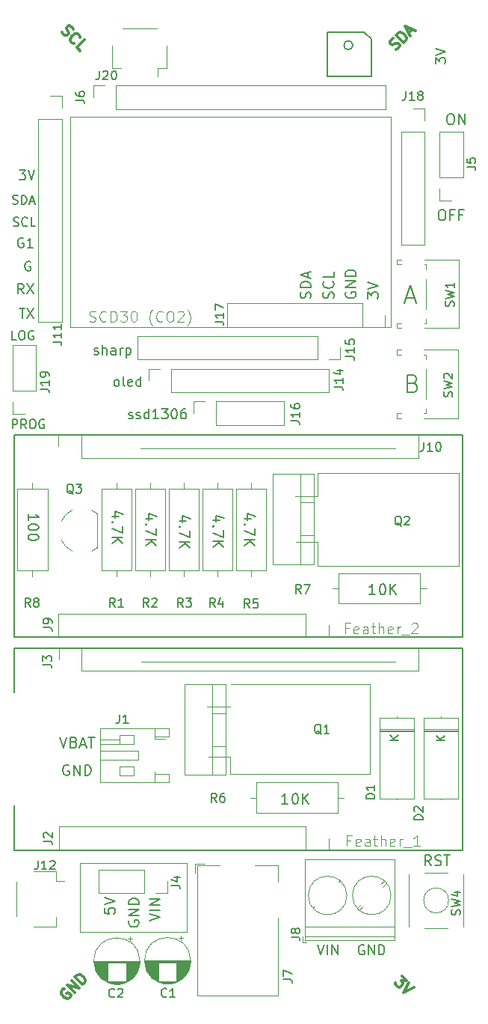
<source format=gbr>
%TF.GenerationSoftware,KiCad,Pcbnew,5.1.6-c6e7f7d~87~ubuntu18.04.1*%
%TF.CreationDate,2021-12-28T13:40:06-05:00*%
%TF.ProjectId,remote,72656d6f-7465-42e6-9b69-6361645f7063,rev?*%
%TF.SameCoordinates,Original*%
%TF.FileFunction,Legend,Top*%
%TF.FilePolarity,Positive*%
%FSLAX46Y46*%
G04 Gerber Fmt 4.6, Leading zero omitted, Abs format (unit mm)*
G04 Created by KiCad (PCBNEW 5.1.6-c6e7f7d~87~ubuntu18.04.1) date 2021-12-28 13:40:06*
%MOMM*%
%LPD*%
G01*
G04 APERTURE LIST*
%ADD10C,0.150000*%
%ADD11C,0.120000*%
%ADD12C,0.300000*%
%ADD13C,0.100000*%
%ADD14C,0.127000*%
G04 APERTURE END LIST*
D10*
X845714Y-34382380D02*
X369523Y-34382380D01*
X369523Y-33382380D01*
X1369523Y-33382380D02*
X1560000Y-33382380D01*
X1655238Y-33430000D01*
X1750476Y-33525238D01*
X1798095Y-33715714D01*
X1798095Y-34049047D01*
X1750476Y-34239523D01*
X1655238Y-34334761D01*
X1560000Y-34382380D01*
X1369523Y-34382380D01*
X1274285Y-34334761D01*
X1179047Y-34239523D01*
X1131428Y-34049047D01*
X1131428Y-33715714D01*
X1179047Y-33525238D01*
X1274285Y-33430000D01*
X1369523Y-33382380D01*
X2750476Y-33430000D02*
X2655238Y-33382380D01*
X2512380Y-33382380D01*
X2369523Y-33430000D01*
X2274285Y-33525238D01*
X2226666Y-33620476D01*
X2179047Y-33810952D01*
X2179047Y-33953809D01*
X2226666Y-34144285D01*
X2274285Y-34239523D01*
X2369523Y-34334761D01*
X2512380Y-34382380D01*
X2607619Y-34382380D01*
X2750476Y-34334761D01*
X2798095Y-34287142D01*
X2798095Y-33953809D01*
X2607619Y-33953809D01*
X31611428Y-86902857D02*
X30925714Y-86902857D01*
X31268571Y-86902857D02*
X31268571Y-85702857D01*
X31154285Y-85874285D01*
X31040000Y-85988571D01*
X30925714Y-86045714D01*
X32354285Y-85702857D02*
X32468571Y-85702857D01*
X32582857Y-85760000D01*
X32640000Y-85817142D01*
X32697142Y-85931428D01*
X32754285Y-86160000D01*
X32754285Y-86445714D01*
X32697142Y-86674285D01*
X32640000Y-86788571D01*
X32582857Y-86845714D01*
X32468571Y-86902857D01*
X32354285Y-86902857D01*
X32240000Y-86845714D01*
X32182857Y-86788571D01*
X32125714Y-86674285D01*
X32068571Y-86445714D01*
X32068571Y-86160000D01*
X32125714Y-85931428D01*
X32182857Y-85817142D01*
X32240000Y-85760000D01*
X32354285Y-85702857D01*
X33268571Y-86902857D02*
X33268571Y-85702857D01*
X33954285Y-86902857D02*
X33440000Y-86217142D01*
X33954285Y-85702857D02*
X33268571Y-86388571D01*
X41521428Y-63222857D02*
X40835714Y-63222857D01*
X41178571Y-63222857D02*
X41178571Y-62022857D01*
X41064285Y-62194285D01*
X40950000Y-62308571D01*
X40835714Y-62365714D01*
X42264285Y-62022857D02*
X42378571Y-62022857D01*
X42492857Y-62080000D01*
X42550000Y-62137142D01*
X42607142Y-62251428D01*
X42664285Y-62480000D01*
X42664285Y-62765714D01*
X42607142Y-62994285D01*
X42550000Y-63108571D01*
X42492857Y-63165714D01*
X42378571Y-63222857D01*
X42264285Y-63222857D01*
X42150000Y-63165714D01*
X42092857Y-63108571D01*
X42035714Y-62994285D01*
X41978571Y-62765714D01*
X41978571Y-62480000D01*
X42035714Y-62251428D01*
X42092857Y-62137142D01*
X42150000Y-62080000D01*
X42264285Y-62022857D01*
X43178571Y-63222857D02*
X43178571Y-62022857D01*
X43864285Y-63222857D02*
X43350000Y-62537142D01*
X43864285Y-62022857D02*
X43178571Y-62708571D01*
X2167142Y-54790000D02*
X2167142Y-54104285D01*
X2167142Y-54447142D02*
X3367142Y-54447142D01*
X3195714Y-54332857D01*
X3081428Y-54218571D01*
X3024285Y-54104285D01*
X3367142Y-55532857D02*
X3367142Y-55647142D01*
X3310000Y-55761428D01*
X3252857Y-55818571D01*
X3138571Y-55875714D01*
X2910000Y-55932857D01*
X2624285Y-55932857D01*
X2395714Y-55875714D01*
X2281428Y-55818571D01*
X2224285Y-55761428D01*
X2167142Y-55647142D01*
X2167142Y-55532857D01*
X2224285Y-55418571D01*
X2281428Y-55361428D01*
X2395714Y-55304285D01*
X2624285Y-55247142D01*
X2910000Y-55247142D01*
X3138571Y-55304285D01*
X3252857Y-55361428D01*
X3310000Y-55418571D01*
X3367142Y-55532857D01*
X3367142Y-56675714D02*
X3367142Y-56790000D01*
X3310000Y-56904285D01*
X3252857Y-56961428D01*
X3138571Y-57018571D01*
X2909999Y-57075714D01*
X2624285Y-57075714D01*
X2395714Y-57018571D01*
X2281428Y-56961428D01*
X2224285Y-56904285D01*
X2167142Y-56790000D01*
X2167142Y-56675714D01*
X2224285Y-56561428D01*
X2281428Y-56504285D01*
X2395714Y-56447142D01*
X2624285Y-56390000D01*
X2910000Y-56390000D01*
X3138571Y-56447142D01*
X3252857Y-56504285D01*
X3310000Y-56561428D01*
X3367142Y-56675714D01*
X5748571Y-79322857D02*
X6148571Y-80522857D01*
X6548571Y-79322857D01*
X7348571Y-79894285D02*
X7520000Y-79951428D01*
X7577142Y-80008571D01*
X7634285Y-80122857D01*
X7634285Y-80294285D01*
X7577142Y-80408571D01*
X7520000Y-80465714D01*
X7405714Y-80522857D01*
X6948571Y-80522857D01*
X6948571Y-79322857D01*
X7348571Y-79322857D01*
X7462857Y-79380000D01*
X7520000Y-79437142D01*
X7577142Y-79551428D01*
X7577142Y-79665714D01*
X7520000Y-79780000D01*
X7462857Y-79837142D01*
X7348571Y-79894285D01*
X6948571Y-79894285D01*
X8091428Y-80180000D02*
X8662857Y-80180000D01*
X7977142Y-80522857D02*
X8377142Y-79322857D01*
X8777142Y-80522857D01*
X9005714Y-79322857D02*
X9691428Y-79322857D01*
X9348571Y-80522857D02*
X9348571Y-79322857D01*
X6775714Y-82520000D02*
X6661428Y-82462857D01*
X6490000Y-82462857D01*
X6318571Y-82520000D01*
X6204285Y-82634285D01*
X6147142Y-82748571D01*
X6090000Y-82977142D01*
X6090000Y-83148571D01*
X6147142Y-83377142D01*
X6204285Y-83491428D01*
X6318571Y-83605714D01*
X6490000Y-83662857D01*
X6604285Y-83662857D01*
X6775714Y-83605714D01*
X6832857Y-83548571D01*
X6832857Y-83148571D01*
X6604285Y-83148571D01*
X7347142Y-83662857D02*
X7347142Y-82462857D01*
X8032857Y-83662857D01*
X8032857Y-82462857D01*
X8604285Y-83662857D02*
X8604285Y-82462857D01*
X8890000Y-82462857D01*
X9061428Y-82520000D01*
X9175714Y-82634285D01*
X9232857Y-82748571D01*
X9290000Y-82977142D01*
X9290000Y-83148571D01*
X9232857Y-83377142D01*
X9175714Y-83491428D01*
X9061428Y-83605714D01*
X8890000Y-83662857D01*
X8604285Y-83662857D01*
X2408095Y-25570000D02*
X2303333Y-25517619D01*
X2146190Y-25517619D01*
X1989047Y-25570000D01*
X1884285Y-25674761D01*
X1831904Y-25779523D01*
X1779523Y-25989047D01*
X1779523Y-26146190D01*
X1831904Y-26355714D01*
X1884285Y-26460476D01*
X1989047Y-26565238D01*
X2146190Y-26617619D01*
X2250952Y-26617619D01*
X2408095Y-26565238D01*
X2460476Y-26512857D01*
X2460476Y-26146190D01*
X2250952Y-26146190D01*
D11*
X34920000Y-57270000D02*
X32530000Y-57270000D01*
X34920000Y-59950000D02*
X34920000Y-57270000D01*
X50930000Y-59950000D02*
X34920000Y-59950000D01*
X50930000Y-49500000D02*
X50930000Y-59950000D01*
X34960000Y-49500000D02*
X50930000Y-49500000D01*
X34960000Y-52110000D02*
X34960000Y-49500000D01*
X32380000Y-52110000D02*
X34960000Y-52110000D01*
X22440000Y-75880000D02*
X25020000Y-75880000D01*
X25070000Y-81570000D02*
X22590000Y-81570000D01*
X25070000Y-83510000D02*
X25070000Y-81570000D01*
X40930000Y-83510000D02*
X25070000Y-83510000D01*
X40930000Y-73390000D02*
X40930000Y-83510000D01*
X25100000Y-73390000D02*
X40930000Y-73390000D01*
D10*
X613000Y-74303000D02*
X613000Y-69253000D01*
D12*
X44518172Y-106348832D02*
X45043451Y-106874111D01*
X44437360Y-106914517D01*
X44558578Y-107035735D01*
X44598984Y-107156954D01*
X44598984Y-107237766D01*
X44558578Y-107358984D01*
X44356548Y-107561015D01*
X44235329Y-107601421D01*
X44154517Y-107601421D01*
X44033299Y-107561015D01*
X43790862Y-107318578D01*
X43750456Y-107197360D01*
X43750456Y-107116548D01*
X45285888Y-107116548D02*
X44720203Y-108247918D01*
X45851573Y-107682233D01*
X6229238Y-107792233D02*
X6108019Y-107832639D01*
X5986801Y-107953857D01*
X5905989Y-108115482D01*
X5905989Y-108277106D01*
X5946395Y-108398325D01*
X6067613Y-108600355D01*
X6188832Y-108721573D01*
X6390862Y-108842792D01*
X6512081Y-108883198D01*
X6673705Y-108883198D01*
X6835329Y-108802386D01*
X6916142Y-108721573D01*
X6996954Y-108559949D01*
X6996954Y-108479137D01*
X6714111Y-108196294D01*
X6552487Y-108357918D01*
X7441421Y-108196294D02*
X6592893Y-107347766D01*
X7926294Y-107711421D01*
X7077766Y-106862893D01*
X8330355Y-107307360D02*
X7481827Y-106458832D01*
X7683857Y-106256801D01*
X7845482Y-106175989D01*
X8007106Y-106175989D01*
X8128325Y-106216395D01*
X8330355Y-106337613D01*
X8451573Y-106458832D01*
X8572792Y-106660862D01*
X8613198Y-106782081D01*
X8613198Y-106943705D01*
X8532386Y-107105329D01*
X8330355Y-107307360D01*
X6006395Y426700D02*
X6087207Y265076D01*
X6289238Y63045D01*
X6410456Y22639D01*
X6491268Y22639D01*
X6612487Y63045D01*
X6693299Y143857D01*
X6733705Y265076D01*
X6733705Y345888D01*
X6693299Y467106D01*
X6572081Y669137D01*
X6531674Y790355D01*
X6531674Y871167D01*
X6572081Y992386D01*
X6652893Y1073198D01*
X6774111Y1113604D01*
X6854923Y1113604D01*
X6976142Y1073198D01*
X7178172Y871167D01*
X7258984Y709543D01*
X7380203Y-866294D02*
X7299390Y-866294D01*
X7137766Y-785482D01*
X7056954Y-704670D01*
X6976142Y-543045D01*
X6976142Y-381421D01*
X7016548Y-260203D01*
X7137766Y-58172D01*
X7258984Y63045D01*
X7461015Y184264D01*
X7582233Y224670D01*
X7743857Y224670D01*
X7905482Y143857D01*
X7986294Y63045D01*
X8067106Y-98578D01*
X8067106Y-179390D01*
X8067106Y-1714822D02*
X7663045Y-1310761D01*
X8511573Y-462233D01*
D13*
X38484285Y-66994285D02*
X38084285Y-66994285D01*
X38084285Y-67622857D02*
X38084285Y-66422857D01*
X38655714Y-66422857D01*
X39570000Y-67565714D02*
X39455714Y-67622857D01*
X39227142Y-67622857D01*
X39112857Y-67565714D01*
X39055714Y-67451428D01*
X39055714Y-66994285D01*
X39112857Y-66880000D01*
X39227142Y-66822857D01*
X39455714Y-66822857D01*
X39570000Y-66880000D01*
X39627142Y-66994285D01*
X39627142Y-67108571D01*
X39055714Y-67222857D01*
X40655714Y-67622857D02*
X40655714Y-66994285D01*
X40598571Y-66880000D01*
X40484285Y-66822857D01*
X40255714Y-66822857D01*
X40141428Y-66880000D01*
X40655714Y-67565714D02*
X40541428Y-67622857D01*
X40255714Y-67622857D01*
X40141428Y-67565714D01*
X40084285Y-67451428D01*
X40084285Y-67337142D01*
X40141428Y-67222857D01*
X40255714Y-67165714D01*
X40541428Y-67165714D01*
X40655714Y-67108571D01*
X41055714Y-66822857D02*
X41512857Y-66822857D01*
X41227142Y-66422857D02*
X41227142Y-67451428D01*
X41284285Y-67565714D01*
X41398571Y-67622857D01*
X41512857Y-67622857D01*
X41912857Y-67622857D02*
X41912857Y-66422857D01*
X42427142Y-67622857D02*
X42427142Y-66994285D01*
X42370000Y-66880000D01*
X42255714Y-66822857D01*
X42084285Y-66822857D01*
X41970000Y-66880000D01*
X41912857Y-66937142D01*
X43455714Y-67565714D02*
X43341428Y-67622857D01*
X43112857Y-67622857D01*
X42998571Y-67565714D01*
X42941428Y-67451428D01*
X42941428Y-66994285D01*
X42998571Y-66880000D01*
X43112857Y-66822857D01*
X43341428Y-66822857D01*
X43455714Y-66880000D01*
X43512857Y-66994285D01*
X43512857Y-67108571D01*
X42941428Y-67222857D01*
X44027142Y-67622857D02*
X44027142Y-66822857D01*
X44027142Y-67051428D02*
X44084285Y-66937142D01*
X44141428Y-66880000D01*
X44255714Y-66822857D01*
X44370000Y-66822857D01*
X44484285Y-67737142D02*
X45398571Y-67737142D01*
X45627142Y-66537142D02*
X45684285Y-66480000D01*
X45798571Y-66422857D01*
X46084285Y-66422857D01*
X46198571Y-66480000D01*
X46255714Y-66537142D01*
X46312857Y-66651428D01*
X46312857Y-66765714D01*
X46255714Y-66937142D01*
X45570000Y-67622857D01*
X46312857Y-67622857D01*
D10*
X13536190Y-43275238D02*
X13640952Y-43327619D01*
X13850476Y-43327619D01*
X13955238Y-43275238D01*
X14007619Y-43170476D01*
X14007619Y-43118095D01*
X13955238Y-43013333D01*
X13850476Y-42960952D01*
X13693333Y-42960952D01*
X13588571Y-42908571D01*
X13536190Y-42803809D01*
X13536190Y-42751428D01*
X13588571Y-42646666D01*
X13693333Y-42594285D01*
X13850476Y-42594285D01*
X13955238Y-42646666D01*
X14426666Y-43275238D02*
X14531428Y-43327619D01*
X14740952Y-43327619D01*
X14845714Y-43275238D01*
X14898095Y-43170476D01*
X14898095Y-43118095D01*
X14845714Y-43013333D01*
X14740952Y-42960952D01*
X14583809Y-42960952D01*
X14479047Y-42908571D01*
X14426666Y-42803809D01*
X14426666Y-42751428D01*
X14479047Y-42646666D01*
X14583809Y-42594285D01*
X14740952Y-42594285D01*
X14845714Y-42646666D01*
X15840952Y-43327619D02*
X15840952Y-42227619D01*
X15840952Y-43275238D02*
X15736190Y-43327619D01*
X15526666Y-43327619D01*
X15421904Y-43275238D01*
X15369523Y-43222857D01*
X15317142Y-43118095D01*
X15317142Y-42803809D01*
X15369523Y-42699047D01*
X15421904Y-42646666D01*
X15526666Y-42594285D01*
X15736190Y-42594285D01*
X15840952Y-42646666D01*
X16940952Y-43327619D02*
X16312380Y-43327619D01*
X16626666Y-43327619D02*
X16626666Y-42227619D01*
X16521904Y-42384761D01*
X16417142Y-42489523D01*
X16312380Y-42541904D01*
X17307619Y-42227619D02*
X17988571Y-42227619D01*
X17621904Y-42646666D01*
X17779047Y-42646666D01*
X17883809Y-42699047D01*
X17936190Y-42751428D01*
X17988571Y-42856190D01*
X17988571Y-43118095D01*
X17936190Y-43222857D01*
X17883809Y-43275238D01*
X17779047Y-43327619D01*
X17464761Y-43327619D01*
X17360000Y-43275238D01*
X17307619Y-43222857D01*
X18669523Y-42227619D02*
X18774285Y-42227619D01*
X18879047Y-42280000D01*
X18931428Y-42332380D01*
X18983809Y-42437142D01*
X19036190Y-42646666D01*
X19036190Y-42908571D01*
X18983809Y-43118095D01*
X18931428Y-43222857D01*
X18879047Y-43275238D01*
X18774285Y-43327619D01*
X18669523Y-43327619D01*
X18564761Y-43275238D01*
X18512380Y-43222857D01*
X18460000Y-43118095D01*
X18407619Y-42908571D01*
X18407619Y-42646666D01*
X18460000Y-42437142D01*
X18512380Y-42332380D01*
X18564761Y-42280000D01*
X18669523Y-42227619D01*
X19979047Y-42227619D02*
X19769523Y-42227619D01*
X19664761Y-42280000D01*
X19612380Y-42332380D01*
X19507619Y-42489523D01*
X19455238Y-42699047D01*
X19455238Y-43118095D01*
X19507619Y-43222857D01*
X19560000Y-43275238D01*
X19664761Y-43327619D01*
X19874285Y-43327619D01*
X19979047Y-43275238D01*
X20031428Y-43222857D01*
X20083809Y-43118095D01*
X20083809Y-42856190D01*
X20031428Y-42751428D01*
X19979047Y-42699047D01*
X19874285Y-42646666D01*
X19664761Y-42646666D01*
X19560000Y-42699047D01*
X19507619Y-42751428D01*
X19455238Y-42856190D01*
X12104285Y-39637619D02*
X11999523Y-39585238D01*
X11947142Y-39532857D01*
X11894761Y-39428095D01*
X11894761Y-39113809D01*
X11947142Y-39009047D01*
X11999523Y-38956666D01*
X12104285Y-38904285D01*
X12261428Y-38904285D01*
X12366190Y-38956666D01*
X12418571Y-39009047D01*
X12470952Y-39113809D01*
X12470952Y-39428095D01*
X12418571Y-39532857D01*
X12366190Y-39585238D01*
X12261428Y-39637619D01*
X12104285Y-39637619D01*
X13099523Y-39637619D02*
X12994761Y-39585238D01*
X12942380Y-39480476D01*
X12942380Y-38537619D01*
X13937619Y-39585238D02*
X13832857Y-39637619D01*
X13623333Y-39637619D01*
X13518571Y-39585238D01*
X13466190Y-39480476D01*
X13466190Y-39061428D01*
X13518571Y-38956666D01*
X13623333Y-38904285D01*
X13832857Y-38904285D01*
X13937619Y-38956666D01*
X13990000Y-39061428D01*
X13990000Y-39166190D01*
X13466190Y-39270952D01*
X14932857Y-39637619D02*
X14932857Y-38537619D01*
X14932857Y-39585238D02*
X14828095Y-39637619D01*
X14618571Y-39637619D01*
X14513809Y-39585238D01*
X14461428Y-39532857D01*
X14409047Y-39428095D01*
X14409047Y-39113809D01*
X14461428Y-39009047D01*
X14513809Y-38956666D01*
X14618571Y-38904285D01*
X14828095Y-38904285D01*
X14932857Y-38956666D01*
X9660952Y-36005238D02*
X9765714Y-36057619D01*
X9975238Y-36057619D01*
X10080000Y-36005238D01*
X10132380Y-35900476D01*
X10132380Y-35848095D01*
X10080000Y-35743333D01*
X9975238Y-35690952D01*
X9818095Y-35690952D01*
X9713333Y-35638571D01*
X9660952Y-35533809D01*
X9660952Y-35481428D01*
X9713333Y-35376666D01*
X9818095Y-35324285D01*
X9975238Y-35324285D01*
X10080000Y-35376666D01*
X10603809Y-36057619D02*
X10603809Y-34957619D01*
X11075238Y-36057619D02*
X11075238Y-35481428D01*
X11022857Y-35376666D01*
X10918095Y-35324285D01*
X10760952Y-35324285D01*
X10656190Y-35376666D01*
X10603809Y-35429047D01*
X12070476Y-36057619D02*
X12070476Y-35481428D01*
X12018095Y-35376666D01*
X11913333Y-35324285D01*
X11703809Y-35324285D01*
X11599047Y-35376666D01*
X12070476Y-36005238D02*
X11965714Y-36057619D01*
X11703809Y-36057619D01*
X11599047Y-36005238D01*
X11546666Y-35900476D01*
X11546666Y-35795714D01*
X11599047Y-35690952D01*
X11703809Y-35638571D01*
X11965714Y-35638571D01*
X12070476Y-35586190D01*
X12594285Y-36057619D02*
X12594285Y-35324285D01*
X12594285Y-35533809D02*
X12646666Y-35429047D01*
X12699047Y-35376666D01*
X12803809Y-35324285D01*
X12908571Y-35324285D01*
X13275238Y-35324285D02*
X13275238Y-36424285D01*
X13275238Y-35376666D02*
X13380000Y-35324285D01*
X13589523Y-35324285D01*
X13694285Y-35376666D01*
X13746666Y-35429047D01*
X13799047Y-35533809D01*
X13799047Y-35848095D01*
X13746666Y-35952857D01*
X13694285Y-36005238D01*
X13589523Y-36057619D01*
X13380000Y-36057619D01*
X13275238Y-36005238D01*
X415714Y-19004761D02*
X558571Y-19052380D01*
X796666Y-19052380D01*
X891904Y-19004761D01*
X939523Y-18957142D01*
X987142Y-18861904D01*
X987142Y-18766666D01*
X939523Y-18671428D01*
X891904Y-18623809D01*
X796666Y-18576190D01*
X606190Y-18528571D01*
X510952Y-18480952D01*
X463333Y-18433333D01*
X415714Y-18338095D01*
X415714Y-18242857D01*
X463333Y-18147619D01*
X510952Y-18100000D01*
X606190Y-18052380D01*
X844285Y-18052380D01*
X987142Y-18100000D01*
X1415714Y-19052380D02*
X1415714Y-18052380D01*
X1653809Y-18052380D01*
X1796666Y-18100000D01*
X1891904Y-18195238D01*
X1939523Y-18290476D01*
X1987142Y-18480952D01*
X1987142Y-18623809D01*
X1939523Y-18814285D01*
X1891904Y-18909523D01*
X1796666Y-19004761D01*
X1653809Y-19052380D01*
X1415714Y-19052380D01*
X2368095Y-18766666D02*
X2844285Y-18766666D01*
X2272857Y-19052380D02*
X2606190Y-18052380D01*
X2939523Y-19052380D01*
X499523Y-21504761D02*
X642380Y-21552380D01*
X880476Y-21552380D01*
X975714Y-21504761D01*
X1023333Y-21457142D01*
X1070952Y-21361904D01*
X1070952Y-21266666D01*
X1023333Y-21171428D01*
X975714Y-21123809D01*
X880476Y-21076190D01*
X690000Y-21028571D01*
X594761Y-20980952D01*
X547142Y-20933333D01*
X499523Y-20838095D01*
X499523Y-20742857D01*
X547142Y-20647619D01*
X594761Y-20600000D01*
X690000Y-20552380D01*
X928095Y-20552380D01*
X1070952Y-20600000D01*
X2070952Y-21457142D02*
X2023333Y-21504761D01*
X1880476Y-21552380D01*
X1785238Y-21552380D01*
X1642380Y-21504761D01*
X1547142Y-21409523D01*
X1499523Y-21314285D01*
X1451904Y-21123809D01*
X1451904Y-20980952D01*
X1499523Y-20790476D01*
X1547142Y-20695238D01*
X1642380Y-20600000D01*
X1785238Y-20552380D01*
X1880476Y-20552380D01*
X2023333Y-20600000D01*
X2070952Y-20647619D01*
X2975714Y-21552380D02*
X2499523Y-21552380D01*
X2499523Y-20552380D01*
X1161904Y-15217619D02*
X1842857Y-15217619D01*
X1476190Y-15636666D01*
X1633333Y-15636666D01*
X1738095Y-15689047D01*
X1790476Y-15741428D01*
X1842857Y-15846190D01*
X1842857Y-16108095D01*
X1790476Y-16212857D01*
X1738095Y-16265238D01*
X1633333Y-16317619D01*
X1319047Y-16317619D01*
X1214285Y-16265238D01*
X1161904Y-16212857D01*
X2157142Y-15217619D02*
X2523809Y-16317619D01*
X2890476Y-15217619D01*
X1614285Y-22920000D02*
X1509523Y-22867619D01*
X1352380Y-22867619D01*
X1195238Y-22920000D01*
X1090476Y-23024761D01*
X1038095Y-23129523D01*
X985714Y-23339047D01*
X985714Y-23496190D01*
X1038095Y-23705714D01*
X1090476Y-23810476D01*
X1195238Y-23915238D01*
X1352380Y-23967619D01*
X1457142Y-23967619D01*
X1614285Y-23915238D01*
X1666666Y-23862857D01*
X1666666Y-23496190D01*
X1457142Y-23496190D01*
X2714285Y-23967619D02*
X2085714Y-23967619D01*
X2400000Y-23967619D02*
X2400000Y-22867619D01*
X2295238Y-23024761D01*
X2190476Y-23129523D01*
X2085714Y-23181904D01*
X1646666Y-29167619D02*
X1280000Y-28643809D01*
X1018095Y-29167619D02*
X1018095Y-28067619D01*
X1437142Y-28067619D01*
X1541904Y-28120000D01*
X1594285Y-28172380D01*
X1646666Y-28277142D01*
X1646666Y-28434285D01*
X1594285Y-28539047D01*
X1541904Y-28591428D01*
X1437142Y-28643809D01*
X1018095Y-28643809D01*
X2013333Y-28067619D02*
X2746666Y-29167619D01*
X2746666Y-28067619D02*
X2013333Y-29167619D01*
X1171904Y-30877619D02*
X1800476Y-30877619D01*
X1486190Y-31977619D02*
X1486190Y-30877619D01*
X2062380Y-30877619D02*
X2795714Y-31977619D01*
X2795714Y-30877619D02*
X2062380Y-31977619D01*
X384285Y-44422380D02*
X384285Y-43422380D01*
X765238Y-43422380D01*
X860476Y-43470000D01*
X908095Y-43517619D01*
X955714Y-43612857D01*
X955714Y-43755714D01*
X908095Y-43850952D01*
X860476Y-43898571D01*
X765238Y-43946190D01*
X384285Y-43946190D01*
X1955714Y-44422380D02*
X1622380Y-43946190D01*
X1384285Y-44422380D02*
X1384285Y-43422380D01*
X1765238Y-43422380D01*
X1860476Y-43470000D01*
X1908095Y-43517619D01*
X1955714Y-43612857D01*
X1955714Y-43755714D01*
X1908095Y-43850952D01*
X1860476Y-43898571D01*
X1765238Y-43946190D01*
X1384285Y-43946190D01*
X2574761Y-43422380D02*
X2765238Y-43422380D01*
X2860476Y-43470000D01*
X2955714Y-43565238D01*
X3003333Y-43755714D01*
X3003333Y-44089047D01*
X2955714Y-44279523D01*
X2860476Y-44374761D01*
X2765238Y-44422380D01*
X2574761Y-44422380D01*
X2479523Y-44374761D01*
X2384285Y-44279523D01*
X2336666Y-44089047D01*
X2336666Y-43755714D01*
X2384285Y-43565238D01*
X2479523Y-43470000D01*
X2574761Y-43422380D01*
X3955714Y-43470000D02*
X3860476Y-43422380D01*
X3717619Y-43422380D01*
X3574761Y-43470000D01*
X3479523Y-43565238D01*
X3431904Y-43660476D01*
X3384285Y-43850952D01*
X3384285Y-43993809D01*
X3431904Y-44184285D01*
X3479523Y-44279523D01*
X3574761Y-44374761D01*
X3717619Y-44422380D01*
X3812857Y-44422380D01*
X3955714Y-44374761D01*
X4003333Y-44327142D01*
X4003333Y-43993809D01*
X3812857Y-43993809D01*
X48947142Y-19692857D02*
X49175714Y-19692857D01*
X49290000Y-19750000D01*
X49404285Y-19864285D01*
X49461428Y-20092857D01*
X49461428Y-20492857D01*
X49404285Y-20721428D01*
X49290000Y-20835714D01*
X49175714Y-20892857D01*
X48947142Y-20892857D01*
X48832857Y-20835714D01*
X48718571Y-20721428D01*
X48661428Y-20492857D01*
X48661428Y-20092857D01*
X48718571Y-19864285D01*
X48832857Y-19750000D01*
X48947142Y-19692857D01*
X50375714Y-20264285D02*
X49975714Y-20264285D01*
X49975714Y-20892857D02*
X49975714Y-19692857D01*
X50547142Y-19692857D01*
X51404285Y-20264285D02*
X51004285Y-20264285D01*
X51004285Y-20892857D02*
X51004285Y-19692857D01*
X51575714Y-19692857D01*
X49907142Y-8842857D02*
X50135714Y-8842857D01*
X50250000Y-8900000D01*
X50364285Y-9014285D01*
X50421428Y-9242857D01*
X50421428Y-9642857D01*
X50364285Y-9871428D01*
X50250000Y-9985714D01*
X50135714Y-10042857D01*
X49907142Y-10042857D01*
X49792857Y-9985714D01*
X49678571Y-9871428D01*
X49621428Y-9642857D01*
X49621428Y-9242857D01*
X49678571Y-9014285D01*
X49792857Y-8900000D01*
X49907142Y-8842857D01*
X50935714Y-10042857D02*
X50935714Y-8842857D01*
X51621428Y-10042857D01*
X51621428Y-8842857D01*
X45762857Y-39327142D02*
X46048571Y-39422380D01*
X46143809Y-39517619D01*
X46239047Y-39708095D01*
X46239047Y-39993809D01*
X46143809Y-40184285D01*
X46048571Y-40279523D01*
X45858095Y-40374761D01*
X45096190Y-40374761D01*
X45096190Y-38374761D01*
X45762857Y-38374761D01*
X45953333Y-38470000D01*
X46048571Y-38565238D01*
X46143809Y-38755714D01*
X46143809Y-38946190D01*
X46048571Y-39136666D01*
X45953333Y-39231904D01*
X45762857Y-39327142D01*
X45096190Y-39327142D01*
X47812857Y-93882857D02*
X47412857Y-93311428D01*
X47127142Y-93882857D02*
X47127142Y-92682857D01*
X47584285Y-92682857D01*
X47698571Y-92740000D01*
X47755714Y-92797142D01*
X47812857Y-92911428D01*
X47812857Y-93082857D01*
X47755714Y-93197142D01*
X47698571Y-93254285D01*
X47584285Y-93311428D01*
X47127142Y-93311428D01*
X48270000Y-93825714D02*
X48441428Y-93882857D01*
X48727142Y-93882857D01*
X48841428Y-93825714D01*
X48898571Y-93768571D01*
X48955714Y-93654285D01*
X48955714Y-93540000D01*
X48898571Y-93425714D01*
X48841428Y-93368571D01*
X48727142Y-93311428D01*
X48498571Y-93254285D01*
X48384285Y-93197142D01*
X48327142Y-93140000D01*
X48270000Y-93025714D01*
X48270000Y-92911428D01*
X48327142Y-92797142D01*
X48384285Y-92740000D01*
X48498571Y-92682857D01*
X48784285Y-92682857D01*
X48955714Y-92740000D01*
X49298571Y-92682857D02*
X49984285Y-92682857D01*
X49641428Y-93882857D02*
X49641428Y-92682857D01*
X34146714Y-29698142D02*
X34203857Y-29526714D01*
X34203857Y-29241000D01*
X34146714Y-29126714D01*
X34089571Y-29069571D01*
X33975285Y-29012428D01*
X33861000Y-29012428D01*
X33746714Y-29069571D01*
X33689571Y-29126714D01*
X33632428Y-29241000D01*
X33575285Y-29469571D01*
X33518142Y-29583857D01*
X33461000Y-29641000D01*
X33346714Y-29698142D01*
X33232428Y-29698142D01*
X33118142Y-29641000D01*
X33061000Y-29583857D01*
X33003857Y-29469571D01*
X33003857Y-29183857D01*
X33061000Y-29012428D01*
X34203857Y-28498142D02*
X33003857Y-28498142D01*
X33003857Y-28212428D01*
X33061000Y-28041000D01*
X33175285Y-27926714D01*
X33289571Y-27869571D01*
X33518142Y-27812428D01*
X33689571Y-27812428D01*
X33918142Y-27869571D01*
X34032428Y-27926714D01*
X34146714Y-28041000D01*
X34203857Y-28212428D01*
X34203857Y-28498142D01*
X33861000Y-27355285D02*
X33861000Y-26783857D01*
X34203857Y-27469571D02*
X33003857Y-27069571D01*
X34203857Y-26669571D01*
X38171000Y-29012428D02*
X38113857Y-29126714D01*
X38113857Y-29298143D01*
X38171000Y-29469571D01*
X38285285Y-29583857D01*
X38399571Y-29641000D01*
X38628142Y-29698143D01*
X38799571Y-29698143D01*
X39028142Y-29641000D01*
X39142428Y-29583857D01*
X39256714Y-29469571D01*
X39313857Y-29298143D01*
X39313857Y-29183857D01*
X39256714Y-29012428D01*
X39199571Y-28955285D01*
X38799571Y-28955285D01*
X38799571Y-29183857D01*
X39313857Y-28441000D02*
X38113857Y-28441000D01*
X39313857Y-27755285D01*
X38113857Y-27755285D01*
X39313857Y-27183857D02*
X38113857Y-27183857D01*
X38113857Y-26898143D01*
X38171000Y-26726714D01*
X38285285Y-26612428D01*
X38399571Y-26555285D01*
X38628142Y-26498143D01*
X38799571Y-26498143D01*
X39028142Y-26555285D01*
X39142428Y-26612428D01*
X39256714Y-26726714D01*
X39313857Y-26898143D01*
X39313857Y-27183857D01*
X40623857Y-29755285D02*
X40623857Y-29012428D01*
X41081000Y-29412428D01*
X41081000Y-29241000D01*
X41138142Y-29126714D01*
X41195285Y-29069571D01*
X41309571Y-29012428D01*
X41595285Y-29012428D01*
X41709571Y-29069571D01*
X41766714Y-29126714D01*
X41823857Y-29241000D01*
X41823857Y-29583857D01*
X41766714Y-29698142D01*
X41709571Y-29755285D01*
X40623857Y-28669571D02*
X41823857Y-28269571D01*
X40623857Y-27869571D01*
X36736714Y-29698142D02*
X36793857Y-29526713D01*
X36793857Y-29240999D01*
X36736714Y-29126713D01*
X36679571Y-29069571D01*
X36565285Y-29012428D01*
X36451000Y-29012428D01*
X36336714Y-29069571D01*
X36279571Y-29126713D01*
X36222428Y-29240999D01*
X36165285Y-29469571D01*
X36108142Y-29583856D01*
X36051000Y-29640999D01*
X35936714Y-29698142D01*
X35822428Y-29698142D01*
X35708142Y-29640999D01*
X35651000Y-29583856D01*
X35593857Y-29469571D01*
X35593857Y-29183856D01*
X35651000Y-29012428D01*
X36679571Y-27812428D02*
X36736714Y-27869571D01*
X36793857Y-28040999D01*
X36793857Y-28155285D01*
X36736714Y-28326713D01*
X36622428Y-28440999D01*
X36508142Y-28498142D01*
X36279571Y-28555285D01*
X36108142Y-28555285D01*
X35879571Y-28498142D01*
X35765285Y-28440999D01*
X35651000Y-28326713D01*
X35593857Y-28155285D01*
X35593857Y-28040999D01*
X35651000Y-27869571D01*
X35708142Y-27812428D01*
X36793857Y-26726713D02*
X36793857Y-27298142D01*
X35593857Y-27298142D01*
X613000Y-92120000D02*
X613000Y-87070000D01*
X51413000Y-69253000D02*
X613000Y-69253000D01*
X51413000Y-92113000D02*
X51413000Y-69253000D01*
D11*
X14938000Y-70820000D02*
X43798000Y-70820000D01*
D10*
X45003809Y-29663333D02*
X45956190Y-29663333D01*
X44813333Y-30234761D02*
X45480000Y-28234761D01*
X46146666Y-30234761D01*
D13*
X38694285Y-91034285D02*
X38294285Y-91034285D01*
X38294285Y-91662857D02*
X38294285Y-90462857D01*
X38865714Y-90462857D01*
X39780000Y-91605714D02*
X39665714Y-91662857D01*
X39437142Y-91662857D01*
X39322857Y-91605714D01*
X39265714Y-91491428D01*
X39265714Y-91034285D01*
X39322857Y-90920000D01*
X39437142Y-90862857D01*
X39665714Y-90862857D01*
X39780000Y-90920000D01*
X39837142Y-91034285D01*
X39837142Y-91148571D01*
X39265714Y-91262857D01*
X40865714Y-91662857D02*
X40865714Y-91034285D01*
X40808571Y-90920000D01*
X40694285Y-90862857D01*
X40465714Y-90862857D01*
X40351428Y-90920000D01*
X40865714Y-91605714D02*
X40751428Y-91662857D01*
X40465714Y-91662857D01*
X40351428Y-91605714D01*
X40294285Y-91491428D01*
X40294285Y-91377142D01*
X40351428Y-91262857D01*
X40465714Y-91205714D01*
X40751428Y-91205714D01*
X40865714Y-91148571D01*
X41265714Y-90862857D02*
X41722857Y-90862857D01*
X41437142Y-90462857D02*
X41437142Y-91491428D01*
X41494285Y-91605714D01*
X41608571Y-91662857D01*
X41722857Y-91662857D01*
X42122857Y-91662857D02*
X42122857Y-90462857D01*
X42637142Y-91662857D02*
X42637142Y-91034285D01*
X42580000Y-90920000D01*
X42465714Y-90862857D01*
X42294285Y-90862857D01*
X42180000Y-90920000D01*
X42122857Y-90977142D01*
X43665714Y-91605714D02*
X43551428Y-91662857D01*
X43322857Y-91662857D01*
X43208571Y-91605714D01*
X43151428Y-91491428D01*
X43151428Y-91034285D01*
X43208571Y-90920000D01*
X43322857Y-90862857D01*
X43551428Y-90862857D01*
X43665714Y-90920000D01*
X43722857Y-91034285D01*
X43722857Y-91148571D01*
X43151428Y-91262857D01*
X44237142Y-91662857D02*
X44237142Y-90862857D01*
X44237142Y-91091428D02*
X44294285Y-90977142D01*
X44351428Y-90920000D01*
X44465714Y-90862857D01*
X44580000Y-90862857D01*
X44694285Y-91777142D02*
X45608571Y-91777142D01*
X46522857Y-91662857D02*
X45837142Y-91662857D01*
X46180000Y-91662857D02*
X46180000Y-90462857D01*
X46065714Y-90634285D01*
X45951428Y-90748571D01*
X45837142Y-90805714D01*
D10*
X51413000Y-92113000D02*
X618000Y-92113000D01*
X48341303Y-3188095D02*
X48341303Y-2507142D01*
X48760350Y-2873809D01*
X48760350Y-2716666D01*
X48812731Y-2611904D01*
X48865112Y-2559523D01*
X48969874Y-2507142D01*
X49231779Y-2507142D01*
X49336541Y-2559523D01*
X49388922Y-2611904D01*
X49441303Y-2716666D01*
X49441303Y-3030952D01*
X49388922Y-3135714D01*
X49336541Y-3188095D01*
X48341303Y-2192857D02*
X49441303Y-1826190D01*
X48341303Y-1459523D01*
X34975238Y-102847619D02*
X35341904Y-103947619D01*
X35708571Y-102847619D01*
X36075238Y-103947619D02*
X36075238Y-102847619D01*
X36599047Y-103947619D02*
X36599047Y-102847619D01*
X37227619Y-103947619D01*
X37227619Y-102847619D01*
X40211904Y-102900000D02*
X40107142Y-102847619D01*
X39950000Y-102847619D01*
X39792857Y-102900000D01*
X39688095Y-103004761D01*
X39635714Y-103109523D01*
X39583333Y-103319047D01*
X39583333Y-103476190D01*
X39635714Y-103685714D01*
X39688095Y-103790476D01*
X39792857Y-103895238D01*
X39950000Y-103947619D01*
X40054761Y-103947619D01*
X40211904Y-103895238D01*
X40264285Y-103842857D01*
X40264285Y-103476190D01*
X40054761Y-103476190D01*
X40735714Y-103947619D02*
X40735714Y-102847619D01*
X41364285Y-103947619D01*
X41364285Y-102847619D01*
X41888095Y-103947619D02*
X41888095Y-102847619D01*
X42150000Y-102847619D01*
X42307142Y-102900000D01*
X42411904Y-103004761D01*
X42464285Y-103109523D01*
X42516666Y-103319047D01*
X42516666Y-103476190D01*
X42464285Y-103685714D01*
X42411904Y-103790476D01*
X42307142Y-103895238D01*
X42150000Y-103947619D01*
X41888095Y-103947619D01*
D11*
X14908000Y-46708000D02*
X43768000Y-46708000D01*
D12*
X43833096Y-1563807D02*
X43994720Y-1482995D01*
X44196751Y-1280964D01*
X44237157Y-1159746D01*
X44237157Y-1078934D01*
X44196751Y-957715D01*
X44115938Y-876903D01*
X43994720Y-836497D01*
X43913908Y-836497D01*
X43792690Y-876903D01*
X43590659Y-998122D01*
X43469441Y-1038528D01*
X43388629Y-1038528D01*
X43267410Y-998122D01*
X43186598Y-917309D01*
X43146192Y-796091D01*
X43146192Y-715279D01*
X43186598Y-594061D01*
X43388629Y-392030D01*
X43550253Y-311218D01*
X44722030Y-755685D02*
X43873502Y92842D01*
X44075532Y294873D01*
X44237157Y375685D01*
X44398781Y375685D01*
X44520000Y335279D01*
X44722030Y214061D01*
X44843248Y92842D01*
X44964467Y-109187D01*
X45004873Y-230406D01*
X45004873Y-392030D01*
X44924061Y-553654D01*
X44722030Y-755685D01*
X45287715Y294873D02*
X45691776Y698934D01*
X45449340Y-28375D02*
X44883654Y1102995D01*
X46015025Y537309D01*
D10*
X27440142Y-54660428D02*
X26640142Y-54660428D01*
X27897285Y-54374714D02*
X27040142Y-54089000D01*
X27040142Y-54831857D01*
X26754428Y-55289000D02*
X26697285Y-55346142D01*
X26640142Y-55289000D01*
X26697285Y-55231857D01*
X26754428Y-55289000D01*
X26640142Y-55289000D01*
X27840142Y-55746142D02*
X27840142Y-56546142D01*
X26640142Y-56031857D01*
X26640142Y-57003285D02*
X27840142Y-57003285D01*
X26640142Y-57689000D02*
X27325857Y-57174714D01*
X27840142Y-57689000D02*
X27154428Y-57003285D01*
D13*
X9118142Y-32296714D02*
X9289571Y-32353857D01*
X9575285Y-32353857D01*
X9689571Y-32296714D01*
X9746714Y-32239571D01*
X9803857Y-32125285D01*
X9803857Y-32011000D01*
X9746714Y-31896714D01*
X9689571Y-31839571D01*
X9575285Y-31782428D01*
X9346714Y-31725285D01*
X9232428Y-31668142D01*
X9175285Y-31611000D01*
X9118142Y-31496714D01*
X9118142Y-31382428D01*
X9175285Y-31268142D01*
X9232428Y-31211000D01*
X9346714Y-31153857D01*
X9632428Y-31153857D01*
X9803857Y-31211000D01*
X11003857Y-32239571D02*
X10946714Y-32296714D01*
X10775285Y-32353857D01*
X10661000Y-32353857D01*
X10489571Y-32296714D01*
X10375285Y-32182428D01*
X10318142Y-32068142D01*
X10261000Y-31839571D01*
X10261000Y-31668142D01*
X10318142Y-31439571D01*
X10375285Y-31325285D01*
X10489571Y-31211000D01*
X10661000Y-31153857D01*
X10775285Y-31153857D01*
X10946714Y-31211000D01*
X11003857Y-31268142D01*
X11518142Y-32353857D02*
X11518142Y-31153857D01*
X11803857Y-31153857D01*
X11975285Y-31211000D01*
X12089571Y-31325285D01*
X12146714Y-31439571D01*
X12203857Y-31668142D01*
X12203857Y-31839571D01*
X12146714Y-32068142D01*
X12089571Y-32182428D01*
X11975285Y-32296714D01*
X11803857Y-32353857D01*
X11518142Y-32353857D01*
X12603857Y-31153857D02*
X13346714Y-31153857D01*
X12946714Y-31611000D01*
X13118142Y-31611000D01*
X13232428Y-31668142D01*
X13289571Y-31725285D01*
X13346714Y-31839571D01*
X13346714Y-32125285D01*
X13289571Y-32239571D01*
X13232428Y-32296714D01*
X13118142Y-32353857D01*
X12775285Y-32353857D01*
X12661000Y-32296714D01*
X12603857Y-32239571D01*
X14089571Y-31153857D02*
X14203857Y-31153857D01*
X14318142Y-31211000D01*
X14375285Y-31268142D01*
X14432428Y-31382428D01*
X14489571Y-31611000D01*
X14489571Y-31896714D01*
X14432428Y-32125285D01*
X14375285Y-32239571D01*
X14318142Y-32296714D01*
X14203857Y-32353857D01*
X14089571Y-32353857D01*
X13975285Y-32296714D01*
X13918142Y-32239571D01*
X13861000Y-32125285D01*
X13803857Y-31896714D01*
X13803857Y-31611000D01*
X13861000Y-31382428D01*
X13918142Y-31268142D01*
X13975285Y-31211000D01*
X14089571Y-31153857D01*
X16261000Y-32811000D02*
X16203857Y-32753857D01*
X16089571Y-32582428D01*
X16032428Y-32468142D01*
X15975285Y-32296714D01*
X15918142Y-32011000D01*
X15918142Y-31782428D01*
X15975285Y-31496714D01*
X16032428Y-31325285D01*
X16089571Y-31211000D01*
X16203857Y-31039571D01*
X16261000Y-30982428D01*
X17403857Y-32239571D02*
X17346714Y-32296714D01*
X17175285Y-32353857D01*
X17061000Y-32353857D01*
X16889571Y-32296714D01*
X16775285Y-32182428D01*
X16718142Y-32068142D01*
X16661000Y-31839571D01*
X16661000Y-31668142D01*
X16718142Y-31439571D01*
X16775285Y-31325285D01*
X16889571Y-31211000D01*
X17061000Y-31153857D01*
X17175285Y-31153857D01*
X17346714Y-31211000D01*
X17403857Y-31268142D01*
X18146714Y-31153857D02*
X18375285Y-31153857D01*
X18489571Y-31211000D01*
X18603857Y-31325285D01*
X18661000Y-31553857D01*
X18661000Y-31953857D01*
X18603857Y-32182428D01*
X18489571Y-32296714D01*
X18375285Y-32353857D01*
X18146714Y-32353857D01*
X18032428Y-32296714D01*
X17918142Y-32182428D01*
X17861000Y-31953857D01*
X17861000Y-31553857D01*
X17918142Y-31325285D01*
X18032428Y-31211000D01*
X18146714Y-31153857D01*
X19118142Y-31268142D02*
X19175285Y-31211000D01*
X19289571Y-31153857D01*
X19575285Y-31153857D01*
X19689571Y-31211000D01*
X19746714Y-31268142D01*
X19803857Y-31382428D01*
X19803857Y-31496714D01*
X19746714Y-31668142D01*
X19061000Y-32353857D01*
X19803857Y-32353857D01*
X20203857Y-32811000D02*
X20261000Y-32753857D01*
X20375285Y-32582428D01*
X20432428Y-32468142D01*
X20489571Y-32296714D01*
X20546714Y-32011000D01*
X20546714Y-31782428D01*
X20489571Y-31496714D01*
X20432428Y-31325285D01*
X20375285Y-31211000D01*
X20261000Y-31039571D01*
X20203857Y-30982428D01*
D11*
X43281000Y-32971000D02*
X43281000Y-9201000D01*
X6921000Y-32971000D02*
X43281000Y-32971000D01*
X6921000Y-9201000D02*
X43281000Y-9201000D01*
X6921000Y-9201000D02*
X6921000Y-32971000D01*
X20137000Y-93569000D02*
X20137000Y-93789000D01*
X8057000Y-93569000D02*
X20137000Y-93569000D01*
X8057000Y-101339000D02*
X8057000Y-93569000D01*
X20127000Y-101339000D02*
X8057000Y-101339000D01*
D10*
X23884142Y-54848428D02*
X23084142Y-54848428D01*
X24341285Y-54562714D02*
X23484142Y-54277000D01*
X23484142Y-55019857D01*
X23198428Y-55477000D02*
X23141285Y-55534142D01*
X23084142Y-55477000D01*
X23141285Y-55419857D01*
X23198428Y-55477000D01*
X23084142Y-55477000D01*
X24284142Y-55934142D02*
X24284142Y-56734142D01*
X23084142Y-56219857D01*
X23084142Y-57191285D02*
X24284142Y-57191285D01*
X23084142Y-57877000D02*
X23769857Y-57362714D01*
X24284142Y-57877000D02*
X23598428Y-57191285D01*
X12454142Y-54406428D02*
X11654142Y-54406428D01*
X12911285Y-54120714D02*
X12054142Y-53835000D01*
X12054142Y-54577857D01*
X11768428Y-55035000D02*
X11711285Y-55092142D01*
X11654142Y-55035000D01*
X11711285Y-54977857D01*
X11768428Y-55035000D01*
X11654142Y-55035000D01*
X12854142Y-55492142D02*
X12854142Y-56292142D01*
X11654142Y-55777857D01*
X11654142Y-56749285D02*
X12854142Y-56749285D01*
X11654142Y-57435000D02*
X12339857Y-56920714D01*
X12854142Y-57435000D02*
X12168428Y-56749285D01*
X20074142Y-54914428D02*
X19274142Y-54914428D01*
X20531285Y-54628714D02*
X19674142Y-54343000D01*
X19674142Y-55085857D01*
X19388428Y-55543000D02*
X19331285Y-55600142D01*
X19274142Y-55543000D01*
X19331285Y-55485857D01*
X19388428Y-55543000D01*
X19274142Y-55543000D01*
X20474142Y-56000142D02*
X20474142Y-56800142D01*
X19274142Y-56285857D01*
X19274142Y-57257285D02*
X20474142Y-57257285D01*
X19274142Y-57943000D02*
X19959857Y-57428714D01*
X20474142Y-57943000D02*
X19788428Y-57257285D01*
X16264142Y-54660428D02*
X15464142Y-54660428D01*
X16721285Y-54374714D02*
X15864142Y-54089000D01*
X15864142Y-54831857D01*
X15578428Y-55289000D02*
X15521285Y-55346142D01*
X15464142Y-55289000D01*
X15521285Y-55231857D01*
X15578428Y-55289000D01*
X15464142Y-55289000D01*
X16664142Y-55746142D02*
X16664142Y-56546142D01*
X15464142Y-56031857D01*
X15464142Y-57003285D02*
X16664142Y-57003285D01*
X15464142Y-57689000D02*
X16149857Y-57174714D01*
X16664142Y-57689000D02*
X15978428Y-57003285D01*
X10799857Y-98686714D02*
X10799857Y-99258143D01*
X11371285Y-99315285D01*
X11314142Y-99258143D01*
X11257000Y-99143857D01*
X11257000Y-98858143D01*
X11314142Y-98743857D01*
X11371285Y-98686714D01*
X11485571Y-98629571D01*
X11771285Y-98629571D01*
X11885571Y-98686714D01*
X11942714Y-98743857D01*
X11999857Y-98858143D01*
X11999857Y-99143857D01*
X11942714Y-99258143D01*
X11885571Y-99315285D01*
X10799857Y-98286714D02*
X11999857Y-97886714D01*
X10799857Y-97486714D01*
X13587000Y-100115285D02*
X13529857Y-100229571D01*
X13529857Y-100401000D01*
X13587000Y-100572428D01*
X13701285Y-100686714D01*
X13815571Y-100743857D01*
X14044142Y-100801000D01*
X14215571Y-100801000D01*
X14444142Y-100743857D01*
X14558428Y-100686714D01*
X14672714Y-100572428D01*
X14729857Y-100401000D01*
X14729857Y-100286714D01*
X14672714Y-100115285D01*
X14615571Y-100058142D01*
X14215571Y-100058142D01*
X14215571Y-100286714D01*
X14729857Y-99543857D02*
X13529857Y-99543857D01*
X14729857Y-98858142D01*
X13529857Y-98858142D01*
X14729857Y-98286714D02*
X13529857Y-98286714D01*
X13529857Y-98001000D01*
X13587000Y-97829571D01*
X13701285Y-97715285D01*
X13815571Y-97658142D01*
X14044142Y-97601000D01*
X14215571Y-97601000D01*
X14444142Y-97658142D01*
X14558428Y-97715285D01*
X14672714Y-97829571D01*
X14729857Y-98001000D01*
X14729857Y-98286714D01*
X15929857Y-100115285D02*
X17129857Y-99715285D01*
X15929857Y-99315285D01*
X17129857Y-98915285D02*
X15929857Y-98915285D01*
X17129857Y-98343857D02*
X15929857Y-98343857D01*
X17129857Y-97658142D01*
X15929857Y-97658142D01*
X51383000Y-68001000D02*
X588000Y-68001000D01*
X51383000Y-45141000D02*
X583000Y-45141000D01*
X51383000Y-68001000D02*
X51383000Y-45141000D01*
X583000Y-68008000D02*
X583000Y-45141000D01*
D11*
X20128600Y-93782000D02*
X20128600Y-101332000D01*
%TO.C,J14*%
X15800000Y-39020000D02*
X15800000Y-37690000D01*
X15800000Y-37690000D02*
X17130000Y-37690000D01*
X18400000Y-37690000D02*
X36240000Y-37690000D01*
X36240000Y-40350000D02*
X36240000Y-37690000D01*
X18400000Y-40350000D02*
X36240000Y-40350000D01*
X18400000Y-40350000D02*
X18400000Y-37690000D01*
%TO.C,J3*%
X5633000Y-70523000D02*
X5633000Y-69193000D01*
X5633000Y-69193000D02*
X6963000Y-69193000D01*
X8233000Y-69193000D02*
X46393000Y-69193000D01*
X46393000Y-71853000D02*
X46393000Y-69193000D01*
X8233000Y-71853000D02*
X46393000Y-71853000D01*
X8233000Y-71853000D02*
X8233000Y-69193000D01*
%TO.C,Q3*%
X9980000Y-57920000D02*
X9980000Y-54070000D01*
X9392264Y-53677617D02*
G75*
G02*
X9980000Y-54070000I-1112264J-2302383D01*
G01*
X7190487Y-53643537D02*
G75*
G03*
X5930000Y-54920000I1089513J-2336463D01*
G01*
X7185214Y-58327775D02*
G75*
G02*
X5930000Y-57070000I1094786J2347775D01*
G01*
X9402045Y-58302631D02*
G75*
G03*
X9980000Y-57920000I-1122045J2322631D01*
G01*
D14*
%TO.C,SP1*%
X38940000Y-1080000D02*
G75*
G03*
X38940000Y-1080000I-500000J0D01*
G01*
X36040000Y-4580000D02*
X36040000Y420000D01*
X41040000Y-4580000D02*
X36040000Y-4580000D01*
X41040000Y-380000D02*
X41040000Y-4580000D01*
X40240000Y420000D02*
X41040000Y-380000D01*
X36040000Y420000D02*
X40240000Y420000D01*
D11*
%TO.C,R8*%
X2650000Y-50580000D02*
X2650000Y-51270000D01*
X2650000Y-61200000D02*
X2650000Y-60510000D01*
X930000Y-51270000D02*
X930000Y-60510000D01*
X4370000Y-51270000D02*
X930000Y-51270000D01*
X4370000Y-60510000D02*
X4370000Y-51270000D01*
X930000Y-60510000D02*
X4370000Y-60510000D01*
%TO.C,D2*%
X50910000Y-78465000D02*
X46970000Y-78465000D01*
X50910000Y-78705000D02*
X46970000Y-78705000D01*
X50910000Y-78585000D02*
X46970000Y-78585000D01*
X48940000Y-86410000D02*
X48940000Y-86270000D01*
X48940000Y-76990000D02*
X48940000Y-77130000D01*
X50910000Y-86270000D02*
X50910000Y-77130000D01*
X46970000Y-86270000D02*
X50910000Y-86270000D01*
X46970000Y-77130000D02*
X46970000Y-86270000D01*
X50910000Y-77130000D02*
X46970000Y-77130000D01*
%TO.C,Q2*%
X34520000Y-49550000D02*
X34520000Y-59790000D01*
X29879000Y-49550000D02*
X29879000Y-59790000D01*
X34520000Y-49550000D02*
X29879000Y-49550000D01*
X34520000Y-59790000D02*
X29879000Y-59790000D01*
X33010000Y-49550000D02*
X33010000Y-59790000D01*
X34520000Y-52820000D02*
X33010000Y-52820000D01*
X34520000Y-56521000D02*
X33010000Y-56521000D01*
%TO.C,Q1*%
X24570000Y-73370000D02*
X24570000Y-83610000D01*
X19929000Y-73370000D02*
X19929000Y-83610000D01*
X24570000Y-73370000D02*
X19929000Y-73370000D01*
X24570000Y-83610000D02*
X19929000Y-83610000D01*
X23060000Y-73370000D02*
X23060000Y-83610000D01*
X24570000Y-76640000D02*
X23060000Y-76640000D01*
X24570000Y-80341000D02*
X23060000Y-80341000D01*
%TO.C,J20*%
X17900000Y-1145000D02*
X17900000Y-3645000D01*
X17900000Y-3645000D02*
X16850000Y-3645000D01*
X16850000Y-3645000D02*
X16850000Y-4635000D01*
X11680000Y-1145000D02*
X11680000Y-3645000D01*
X11680000Y-3645000D02*
X12730000Y-3645000D01*
X16730000Y825000D02*
X12850000Y825000D01*
%TO.C,J18*%
X44430000Y-10880000D02*
X47090000Y-10880000D01*
X44430000Y-10880000D02*
X44430000Y-23640000D01*
X44430000Y-23640000D02*
X47090000Y-23640000D01*
X47090000Y-10880000D02*
X47090000Y-23640000D01*
X47090000Y-8280000D02*
X47090000Y-9610000D01*
X45760000Y-8280000D02*
X47090000Y-8280000D01*
%TO.C,R7*%
X37360000Y-60790000D02*
X37360000Y-64230000D01*
X37360000Y-64230000D02*
X46600000Y-64230000D01*
X46600000Y-64230000D02*
X46600000Y-60790000D01*
X46600000Y-60790000D02*
X37360000Y-60790000D01*
X36670000Y-62510000D02*
X37360000Y-62510000D01*
X47290000Y-62510000D02*
X46600000Y-62510000D01*
%TO.C,R6*%
X37920000Y-86200000D02*
X37230000Y-86200000D01*
X27300000Y-86200000D02*
X27990000Y-86200000D01*
X37230000Y-84480000D02*
X27990000Y-84480000D01*
X37230000Y-87920000D02*
X37230000Y-84480000D01*
X27990000Y-87920000D02*
X37230000Y-87920000D01*
X27990000Y-84480000D02*
X27990000Y-87920000D01*
%TO.C,J15*%
X37540000Y-35280000D02*
X37540000Y-36610000D01*
X37540000Y-36610000D02*
X36210000Y-36610000D01*
X34940000Y-36610000D02*
X14560000Y-36610000D01*
X14560000Y-33950000D02*
X14560000Y-36610000D01*
X34940000Y-33950000D02*
X14560000Y-33950000D01*
X34940000Y-33950000D02*
X34940000Y-36610000D01*
%TO.C,J11*%
X3310000Y-9440000D02*
X5970000Y-9440000D01*
X3310000Y-9440000D02*
X3310000Y-32360000D01*
X3310000Y-32360000D02*
X5970000Y-32360000D01*
X5970000Y-9440000D02*
X5970000Y-32360000D01*
X5970000Y-6840000D02*
X5970000Y-8170000D01*
X4640000Y-6840000D02*
X5970000Y-6840000D01*
%TO.C,J6*%
X9530000Y-6960000D02*
X9530000Y-5630000D01*
X9530000Y-5630000D02*
X10860000Y-5630000D01*
X12130000Y-5630000D02*
X42670000Y-5630000D01*
X42670000Y-8290000D02*
X42670000Y-5630000D01*
X12130000Y-8290000D02*
X42670000Y-8290000D01*
X12130000Y-8290000D02*
X12130000Y-5630000D01*
%TO.C,J2*%
X36243000Y-90807000D02*
X36243000Y-92137000D01*
X36243000Y-92137000D02*
X34913000Y-92137000D01*
X33643000Y-92137000D02*
X5643000Y-92137000D01*
X5643000Y-89477000D02*
X5643000Y-92137000D01*
X33643000Y-89477000D02*
X5643000Y-89477000D01*
X33643000Y-89477000D02*
X33643000Y-92137000D01*
%TO.C,SW4*%
X49730000Y-100930000D02*
X47050000Y-100930000D01*
X47050000Y-94690000D02*
X49730000Y-94690000D01*
X51510000Y-94840000D02*
X51510000Y-100780000D01*
X45270000Y-94840000D02*
X45270000Y-100780000D01*
X49804214Y-97810000D02*
G75*
G03*
X49804214Y-97810000I-1414214J0D01*
G01*
%TO.C,R5*%
X25717000Y-60509000D02*
X29157000Y-60509000D01*
X29157000Y-60509000D02*
X29157000Y-51269000D01*
X29157000Y-51269000D02*
X25717000Y-51269000D01*
X25717000Y-51269000D02*
X25717000Y-60509000D01*
X27437000Y-61199000D02*
X27437000Y-60509000D01*
X27437000Y-50579000D02*
X27437000Y-51269000D01*
%TO.C,J19*%
X1750000Y-42780000D02*
X420000Y-42780000D01*
X420000Y-42780000D02*
X420000Y-41450000D01*
X420000Y-40180000D02*
X420000Y-35040000D01*
X3080000Y-35040000D02*
X420000Y-35040000D01*
X3080000Y-40180000D02*
X3080000Y-35040000D01*
X3080000Y-40180000D02*
X420000Y-40180000D01*
%TO.C,J9*%
X33613000Y-65365000D02*
X33613000Y-68025000D01*
X33613000Y-65365000D02*
X5613000Y-65365000D01*
X5613000Y-65365000D02*
X5613000Y-68025000D01*
X33613000Y-68025000D02*
X5613000Y-68025000D01*
X36213000Y-68025000D02*
X34883000Y-68025000D01*
X36213000Y-66695000D02*
X36213000Y-68025000D01*
%TO.C,J16*%
X23470000Y-44050000D02*
X23470000Y-41390000D01*
X23470000Y-44050000D02*
X31150000Y-44050000D01*
X31150000Y-44050000D02*
X31150000Y-41390000D01*
X23470000Y-41390000D02*
X31150000Y-41390000D01*
X20870000Y-41390000D02*
X22200000Y-41390000D01*
X20870000Y-42720000D02*
X20870000Y-41390000D01*
%TO.C,J17*%
X40003000Y-30281000D02*
X40003000Y-32941000D01*
X40003000Y-30281000D02*
X24703000Y-30281000D01*
X24703000Y-30281000D02*
X24703000Y-32941000D01*
X40003000Y-32941000D02*
X24703000Y-32941000D01*
X42603000Y-32941000D02*
X41273000Y-32941000D01*
X42603000Y-31611000D02*
X42603000Y-32941000D01*
%TO.C,J5*%
X51450000Y-16020000D02*
X48790000Y-16020000D01*
X51450000Y-16020000D02*
X51450000Y-10880000D01*
X51450000Y-10880000D02*
X48790000Y-10880000D01*
X48790000Y-16020000D02*
X48790000Y-10880000D01*
X48790000Y-18620000D02*
X48790000Y-17290000D01*
X50120000Y-18620000D02*
X48790000Y-18620000D01*
%TO.C,SW2*%
X47240000Y-36060000D02*
X47010000Y-36060000D01*
X50910000Y-35540000D02*
X50910000Y-43260000D01*
X50910000Y-43260000D02*
X47010000Y-43260000D01*
X43900000Y-35540000D02*
X43900000Y-36060000D01*
X50910000Y-35540000D02*
X47010000Y-35540000D01*
X47240000Y-42740000D02*
X47010000Y-42740000D01*
X44410000Y-36060000D02*
X43900000Y-36060000D01*
X44410000Y-35540000D02*
X43900000Y-35540000D01*
X47240000Y-42200000D02*
X47240000Y-42740000D01*
X44410000Y-42740000D02*
X43900000Y-42740000D01*
X43900000Y-42740000D02*
X43900000Y-43260000D01*
X44410000Y-43260000D02*
X43900000Y-43260000D01*
X47240000Y-36060000D02*
X47240000Y-36600000D01*
X47240000Y-37700000D02*
X47240000Y-41100000D01*
%TO.C,SW1*%
X47280000Y-27530000D02*
X47280000Y-30930000D01*
X47280000Y-25890000D02*
X47280000Y-26430000D01*
X44450000Y-33090000D02*
X43940000Y-33090000D01*
X43940000Y-32570000D02*
X43940000Y-33090000D01*
X44450000Y-32570000D02*
X43940000Y-32570000D01*
X47280000Y-32030000D02*
X47280000Y-32570000D01*
X44450000Y-25370000D02*
X43940000Y-25370000D01*
X44450000Y-25890000D02*
X43940000Y-25890000D01*
X47280000Y-32570000D02*
X47050000Y-32570000D01*
X50950000Y-25370000D02*
X47050000Y-25370000D01*
X43940000Y-25370000D02*
X43940000Y-25890000D01*
X50950000Y-33090000D02*
X47050000Y-33090000D01*
X50950000Y-25370000D02*
X50950000Y-33090000D01*
X47280000Y-25890000D02*
X47050000Y-25890000D01*
%TO.C,J1*%
X16510000Y-79540000D02*
X16510000Y-79260000D01*
X16510000Y-79260000D02*
X18110000Y-79260000D01*
X18110000Y-79260000D02*
X18110000Y-78340000D01*
X18110000Y-78340000D02*
X10290000Y-78340000D01*
X10290000Y-78340000D02*
X10290000Y-84460000D01*
X10290000Y-84460000D02*
X18110000Y-84460000D01*
X18110000Y-84460000D02*
X18110000Y-83540000D01*
X18110000Y-83540000D02*
X16510000Y-83540000D01*
X16510000Y-83540000D02*
X16510000Y-83260000D01*
X10290000Y-80900000D02*
X14650000Y-80900000D01*
X14650000Y-80900000D02*
X14650000Y-81900000D01*
X14650000Y-81900000D02*
X10290000Y-81900000D01*
X16510000Y-78340000D02*
X16510000Y-79260000D01*
X16510000Y-84460000D02*
X16510000Y-83540000D01*
X14150000Y-79100000D02*
X12550000Y-79100000D01*
X12550000Y-79100000D02*
X12550000Y-80100000D01*
X12550000Y-80100000D02*
X14150000Y-80100000D01*
X14150000Y-80100000D02*
X14150000Y-79100000D01*
X14150000Y-83700000D02*
X12550000Y-83700000D01*
X12550000Y-83700000D02*
X12550000Y-82700000D01*
X12550000Y-82700000D02*
X14150000Y-82700000D01*
X14150000Y-82700000D02*
X14150000Y-83700000D01*
X12550000Y-80100000D02*
X10290000Y-80100000D01*
X12550000Y-79600000D02*
X10290000Y-79600000D01*
X16510000Y-79540000D02*
X17725000Y-79540000D01*
%TO.C,J10*%
X8203000Y-47741000D02*
X8203000Y-45081000D01*
X8203000Y-47741000D02*
X46363000Y-47741000D01*
X46363000Y-47741000D02*
X46363000Y-45081000D01*
X8203000Y-45081000D02*
X46363000Y-45081000D01*
X5603000Y-45081000D02*
X6933000Y-45081000D01*
X5603000Y-46411000D02*
X5603000Y-45081000D01*
%TO.C,D1*%
X45910000Y-78465000D02*
X41970000Y-78465000D01*
X45910000Y-78705000D02*
X41970000Y-78705000D01*
X45910000Y-78585000D02*
X41970000Y-78585000D01*
X43940000Y-86410000D02*
X43940000Y-86270000D01*
X43940000Y-76990000D02*
X43940000Y-77130000D01*
X45910000Y-86270000D02*
X45910000Y-77130000D01*
X41970000Y-86270000D02*
X45910000Y-86270000D01*
X41970000Y-77130000D02*
X41970000Y-86270000D01*
X45910000Y-77130000D02*
X41970000Y-77130000D01*
%TO.C,C2*%
X13935000Y-102115225D02*
X13435000Y-102115225D01*
X13685000Y-101865225D02*
X13685000Y-102365225D01*
X12494000Y-107271000D02*
X11926000Y-107271000D01*
X12728000Y-107231000D02*
X11692000Y-107231000D01*
X12887000Y-107191000D02*
X11533000Y-107191000D01*
X13015000Y-107151000D02*
X11405000Y-107151000D01*
X13125000Y-107111000D02*
X11295000Y-107111000D01*
X13221000Y-107071000D02*
X11199000Y-107071000D01*
X13308000Y-107031000D02*
X11112000Y-107031000D01*
X13388000Y-106991000D02*
X11032000Y-106991000D01*
X11170000Y-106951000D02*
X10959000Y-106951000D01*
X13461000Y-106951000D02*
X13250000Y-106951000D01*
X11170000Y-106911000D02*
X10891000Y-106911000D01*
X13529000Y-106911000D02*
X13250000Y-106911000D01*
X11170000Y-106871000D02*
X10827000Y-106871000D01*
X13593000Y-106871000D02*
X13250000Y-106871000D01*
X11170000Y-106831000D02*
X10767000Y-106831000D01*
X13653000Y-106831000D02*
X13250000Y-106831000D01*
X11170000Y-106791000D02*
X10710000Y-106791000D01*
X13710000Y-106791000D02*
X13250000Y-106791000D01*
X11170000Y-106751000D02*
X10656000Y-106751000D01*
X13764000Y-106751000D02*
X13250000Y-106751000D01*
X11170000Y-106711000D02*
X10605000Y-106711000D01*
X13815000Y-106711000D02*
X13250000Y-106711000D01*
X11170000Y-106671000D02*
X10557000Y-106671000D01*
X13863000Y-106671000D02*
X13250000Y-106671000D01*
X11170000Y-106631000D02*
X10511000Y-106631000D01*
X13909000Y-106631000D02*
X13250000Y-106631000D01*
X11170000Y-106591000D02*
X10467000Y-106591000D01*
X13953000Y-106591000D02*
X13250000Y-106591000D01*
X11170000Y-106551000D02*
X10425000Y-106551000D01*
X13995000Y-106551000D02*
X13250000Y-106551000D01*
X11170000Y-106511000D02*
X10384000Y-106511000D01*
X14036000Y-106511000D02*
X13250000Y-106511000D01*
X11170000Y-106471000D02*
X10346000Y-106471000D01*
X14074000Y-106471000D02*
X13250000Y-106471000D01*
X11170000Y-106431000D02*
X10309000Y-106431000D01*
X14111000Y-106431000D02*
X13250000Y-106431000D01*
X11170000Y-106391000D02*
X10273000Y-106391000D01*
X14147000Y-106391000D02*
X13250000Y-106391000D01*
X11170000Y-106351000D02*
X10239000Y-106351000D01*
X14181000Y-106351000D02*
X13250000Y-106351000D01*
X11170000Y-106311000D02*
X10206000Y-106311000D01*
X14214000Y-106311000D02*
X13250000Y-106311000D01*
X11170000Y-106271000D02*
X10175000Y-106271000D01*
X14245000Y-106271000D02*
X13250000Y-106271000D01*
X11170000Y-106231000D02*
X10145000Y-106231000D01*
X14275000Y-106231000D02*
X13250000Y-106231000D01*
X11170000Y-106191000D02*
X10115000Y-106191000D01*
X14305000Y-106191000D02*
X13250000Y-106191000D01*
X11170000Y-106151000D02*
X10088000Y-106151000D01*
X14332000Y-106151000D02*
X13250000Y-106151000D01*
X11170000Y-106111000D02*
X10061000Y-106111000D01*
X14359000Y-106111000D02*
X13250000Y-106111000D01*
X11170000Y-106071000D02*
X10035000Y-106071000D01*
X14385000Y-106071000D02*
X13250000Y-106071000D01*
X11170000Y-106031000D02*
X10010000Y-106031000D01*
X14410000Y-106031000D02*
X13250000Y-106031000D01*
X11170000Y-105991000D02*
X9986000Y-105991000D01*
X14434000Y-105991000D02*
X13250000Y-105991000D01*
X11170000Y-105951000D02*
X9963000Y-105951000D01*
X14457000Y-105951000D02*
X13250000Y-105951000D01*
X11170000Y-105911000D02*
X9942000Y-105911000D01*
X14478000Y-105911000D02*
X13250000Y-105911000D01*
X11170000Y-105871000D02*
X9920000Y-105871000D01*
X14500000Y-105871000D02*
X13250000Y-105871000D01*
X11170000Y-105831000D02*
X9900000Y-105831000D01*
X14520000Y-105831000D02*
X13250000Y-105831000D01*
X11170000Y-105791000D02*
X9881000Y-105791000D01*
X14539000Y-105791000D02*
X13250000Y-105791000D01*
X11170000Y-105751000D02*
X9862000Y-105751000D01*
X14558000Y-105751000D02*
X13250000Y-105751000D01*
X11170000Y-105711000D02*
X9845000Y-105711000D01*
X14575000Y-105711000D02*
X13250000Y-105711000D01*
X11170000Y-105671000D02*
X9828000Y-105671000D01*
X14592000Y-105671000D02*
X13250000Y-105671000D01*
X11170000Y-105631000D02*
X9812000Y-105631000D01*
X14608000Y-105631000D02*
X13250000Y-105631000D01*
X11170000Y-105591000D02*
X9796000Y-105591000D01*
X14624000Y-105591000D02*
X13250000Y-105591000D01*
X11170000Y-105551000D02*
X9782000Y-105551000D01*
X14638000Y-105551000D02*
X13250000Y-105551000D01*
X11170000Y-105511000D02*
X9768000Y-105511000D01*
X14652000Y-105511000D02*
X13250000Y-105511000D01*
X11170000Y-105471000D02*
X9755000Y-105471000D01*
X14665000Y-105471000D02*
X13250000Y-105471000D01*
X11170000Y-105431000D02*
X9742000Y-105431000D01*
X14678000Y-105431000D02*
X13250000Y-105431000D01*
X11170000Y-105391000D02*
X9730000Y-105391000D01*
X14690000Y-105391000D02*
X13250000Y-105391000D01*
X11170000Y-105350000D02*
X9719000Y-105350000D01*
X14701000Y-105350000D02*
X13250000Y-105350000D01*
X11170000Y-105310000D02*
X9709000Y-105310000D01*
X14711000Y-105310000D02*
X13250000Y-105310000D01*
X11170000Y-105270000D02*
X9699000Y-105270000D01*
X14721000Y-105270000D02*
X13250000Y-105270000D01*
X11170000Y-105230000D02*
X9690000Y-105230000D01*
X14730000Y-105230000D02*
X13250000Y-105230000D01*
X11170000Y-105190000D02*
X9682000Y-105190000D01*
X14738000Y-105190000D02*
X13250000Y-105190000D01*
X11170000Y-105150000D02*
X9674000Y-105150000D01*
X14746000Y-105150000D02*
X13250000Y-105150000D01*
X11170000Y-105110000D02*
X9667000Y-105110000D01*
X14753000Y-105110000D02*
X13250000Y-105110000D01*
X11170000Y-105070000D02*
X9660000Y-105070000D01*
X14760000Y-105070000D02*
X13250000Y-105070000D01*
X11170000Y-105030000D02*
X9654000Y-105030000D01*
X14766000Y-105030000D02*
X13250000Y-105030000D01*
X11170000Y-104990000D02*
X9649000Y-104990000D01*
X14771000Y-104990000D02*
X13250000Y-104990000D01*
X11170000Y-104950000D02*
X9645000Y-104950000D01*
X14775000Y-104950000D02*
X13250000Y-104950000D01*
X11170000Y-104910000D02*
X9641000Y-104910000D01*
X14779000Y-104910000D02*
X13250000Y-104910000D01*
X14783000Y-104870000D02*
X9637000Y-104870000D01*
X14786000Y-104830000D02*
X9634000Y-104830000D01*
X14788000Y-104790000D02*
X9632000Y-104790000D01*
X14789000Y-104750000D02*
X9631000Y-104750000D01*
X14790000Y-104710000D02*
X9630000Y-104710000D01*
X14790000Y-104670000D02*
X9630000Y-104670000D01*
X14830000Y-104670000D02*
G75*
G03*
X14830000Y-104670000I-2620000J0D01*
G01*
%TO.C,C1*%
X20580000Y-104630000D02*
G75*
G03*
X20580000Y-104630000I-2620000J0D01*
G01*
X20540000Y-104630000D02*
X15380000Y-104630000D01*
X20540000Y-104670000D02*
X15380000Y-104670000D01*
X20539000Y-104710000D02*
X15381000Y-104710000D01*
X20538000Y-104750000D02*
X15382000Y-104750000D01*
X20536000Y-104790000D02*
X15384000Y-104790000D01*
X20533000Y-104830000D02*
X15387000Y-104830000D01*
X20529000Y-104870000D02*
X19000000Y-104870000D01*
X16920000Y-104870000D02*
X15391000Y-104870000D01*
X20525000Y-104910000D02*
X19000000Y-104910000D01*
X16920000Y-104910000D02*
X15395000Y-104910000D01*
X20521000Y-104950000D02*
X19000000Y-104950000D01*
X16920000Y-104950000D02*
X15399000Y-104950000D01*
X20516000Y-104990000D02*
X19000000Y-104990000D01*
X16920000Y-104990000D02*
X15404000Y-104990000D01*
X20510000Y-105030000D02*
X19000000Y-105030000D01*
X16920000Y-105030000D02*
X15410000Y-105030000D01*
X20503000Y-105070000D02*
X19000000Y-105070000D01*
X16920000Y-105070000D02*
X15417000Y-105070000D01*
X20496000Y-105110000D02*
X19000000Y-105110000D01*
X16920000Y-105110000D02*
X15424000Y-105110000D01*
X20488000Y-105150000D02*
X19000000Y-105150000D01*
X16920000Y-105150000D02*
X15432000Y-105150000D01*
X20480000Y-105190000D02*
X19000000Y-105190000D01*
X16920000Y-105190000D02*
X15440000Y-105190000D01*
X20471000Y-105230000D02*
X19000000Y-105230000D01*
X16920000Y-105230000D02*
X15449000Y-105230000D01*
X20461000Y-105270000D02*
X19000000Y-105270000D01*
X16920000Y-105270000D02*
X15459000Y-105270000D01*
X20451000Y-105310000D02*
X19000000Y-105310000D01*
X16920000Y-105310000D02*
X15469000Y-105310000D01*
X20440000Y-105351000D02*
X19000000Y-105351000D01*
X16920000Y-105351000D02*
X15480000Y-105351000D01*
X20428000Y-105391000D02*
X19000000Y-105391000D01*
X16920000Y-105391000D02*
X15492000Y-105391000D01*
X20415000Y-105431000D02*
X19000000Y-105431000D01*
X16920000Y-105431000D02*
X15505000Y-105431000D01*
X20402000Y-105471000D02*
X19000000Y-105471000D01*
X16920000Y-105471000D02*
X15518000Y-105471000D01*
X20388000Y-105511000D02*
X19000000Y-105511000D01*
X16920000Y-105511000D02*
X15532000Y-105511000D01*
X20374000Y-105551000D02*
X19000000Y-105551000D01*
X16920000Y-105551000D02*
X15546000Y-105551000D01*
X20358000Y-105591000D02*
X19000000Y-105591000D01*
X16920000Y-105591000D02*
X15562000Y-105591000D01*
X20342000Y-105631000D02*
X19000000Y-105631000D01*
X16920000Y-105631000D02*
X15578000Y-105631000D01*
X20325000Y-105671000D02*
X19000000Y-105671000D01*
X16920000Y-105671000D02*
X15595000Y-105671000D01*
X20308000Y-105711000D02*
X19000000Y-105711000D01*
X16920000Y-105711000D02*
X15612000Y-105711000D01*
X20289000Y-105751000D02*
X19000000Y-105751000D01*
X16920000Y-105751000D02*
X15631000Y-105751000D01*
X20270000Y-105791000D02*
X19000000Y-105791000D01*
X16920000Y-105791000D02*
X15650000Y-105791000D01*
X20250000Y-105831000D02*
X19000000Y-105831000D01*
X16920000Y-105831000D02*
X15670000Y-105831000D01*
X20228000Y-105871000D02*
X19000000Y-105871000D01*
X16920000Y-105871000D02*
X15692000Y-105871000D01*
X20207000Y-105911000D02*
X19000000Y-105911000D01*
X16920000Y-105911000D02*
X15713000Y-105911000D01*
X20184000Y-105951000D02*
X19000000Y-105951000D01*
X16920000Y-105951000D02*
X15736000Y-105951000D01*
X20160000Y-105991000D02*
X19000000Y-105991000D01*
X16920000Y-105991000D02*
X15760000Y-105991000D01*
X20135000Y-106031000D02*
X19000000Y-106031000D01*
X16920000Y-106031000D02*
X15785000Y-106031000D01*
X20109000Y-106071000D02*
X19000000Y-106071000D01*
X16920000Y-106071000D02*
X15811000Y-106071000D01*
X20082000Y-106111000D02*
X19000000Y-106111000D01*
X16920000Y-106111000D02*
X15838000Y-106111000D01*
X20055000Y-106151000D02*
X19000000Y-106151000D01*
X16920000Y-106151000D02*
X15865000Y-106151000D01*
X20025000Y-106191000D02*
X19000000Y-106191000D01*
X16920000Y-106191000D02*
X15895000Y-106191000D01*
X19995000Y-106231000D02*
X19000000Y-106231000D01*
X16920000Y-106231000D02*
X15925000Y-106231000D01*
X19964000Y-106271000D02*
X19000000Y-106271000D01*
X16920000Y-106271000D02*
X15956000Y-106271000D01*
X19931000Y-106311000D02*
X19000000Y-106311000D01*
X16920000Y-106311000D02*
X15989000Y-106311000D01*
X19897000Y-106351000D02*
X19000000Y-106351000D01*
X16920000Y-106351000D02*
X16023000Y-106351000D01*
X19861000Y-106391000D02*
X19000000Y-106391000D01*
X16920000Y-106391000D02*
X16059000Y-106391000D01*
X19824000Y-106431000D02*
X19000000Y-106431000D01*
X16920000Y-106431000D02*
X16096000Y-106431000D01*
X19786000Y-106471000D02*
X19000000Y-106471000D01*
X16920000Y-106471000D02*
X16134000Y-106471000D01*
X19745000Y-106511000D02*
X19000000Y-106511000D01*
X16920000Y-106511000D02*
X16175000Y-106511000D01*
X19703000Y-106551000D02*
X19000000Y-106551000D01*
X16920000Y-106551000D02*
X16217000Y-106551000D01*
X19659000Y-106591000D02*
X19000000Y-106591000D01*
X16920000Y-106591000D02*
X16261000Y-106591000D01*
X19613000Y-106631000D02*
X19000000Y-106631000D01*
X16920000Y-106631000D02*
X16307000Y-106631000D01*
X19565000Y-106671000D02*
X19000000Y-106671000D01*
X16920000Y-106671000D02*
X16355000Y-106671000D01*
X19514000Y-106711000D02*
X19000000Y-106711000D01*
X16920000Y-106711000D02*
X16406000Y-106711000D01*
X19460000Y-106751000D02*
X19000000Y-106751000D01*
X16920000Y-106751000D02*
X16460000Y-106751000D01*
X19403000Y-106791000D02*
X19000000Y-106791000D01*
X16920000Y-106791000D02*
X16517000Y-106791000D01*
X19343000Y-106831000D02*
X19000000Y-106831000D01*
X16920000Y-106831000D02*
X16577000Y-106831000D01*
X19279000Y-106871000D02*
X19000000Y-106871000D01*
X16920000Y-106871000D02*
X16641000Y-106871000D01*
X19211000Y-106911000D02*
X19000000Y-106911000D01*
X16920000Y-106911000D02*
X16709000Y-106911000D01*
X19138000Y-106951000D02*
X16782000Y-106951000D01*
X19058000Y-106991000D02*
X16862000Y-106991000D01*
X18971000Y-107031000D02*
X16949000Y-107031000D01*
X18875000Y-107071000D02*
X17045000Y-107071000D01*
X18765000Y-107111000D02*
X17155000Y-107111000D01*
X18637000Y-107151000D02*
X17283000Y-107151000D01*
X18478000Y-107191000D02*
X17442000Y-107191000D01*
X18244000Y-107231000D02*
X17676000Y-107231000D01*
X19435000Y-101825225D02*
X19435000Y-102325225D01*
X19685000Y-102075225D02*
X19185000Y-102075225D01*
%TO.C,J4*%
X17927000Y-95659000D02*
X17927000Y-96989000D01*
X17927000Y-96989000D02*
X16597000Y-96989000D01*
X15327000Y-96989000D02*
X10187000Y-96989000D01*
X10187000Y-94329000D02*
X10187000Y-96989000D01*
X15327000Y-94329000D02*
X10187000Y-94329000D01*
X15327000Y-94329000D02*
X15327000Y-96989000D01*
%TO.C,R4*%
X21907000Y-60509000D02*
X25347000Y-60509000D01*
X25347000Y-60509000D02*
X25347000Y-51269000D01*
X25347000Y-51269000D02*
X21907000Y-51269000D01*
X21907000Y-51269000D02*
X21907000Y-60509000D01*
X23627000Y-61199000D02*
X23627000Y-60509000D01*
X23627000Y-50579000D02*
X23627000Y-51269000D01*
%TO.C,J12*%
X835000Y-95700000D02*
X835000Y-99580000D01*
X5305000Y-100750000D02*
X5305000Y-99700000D01*
X2805000Y-100750000D02*
X5305000Y-100750000D01*
X5305000Y-95580000D02*
X6295000Y-95580000D01*
X5305000Y-94530000D02*
X5305000Y-95580000D01*
X2805000Y-94530000D02*
X5305000Y-94530000D01*
%TO.C,J7*%
X22158000Y-93642000D02*
X21108000Y-93642000D01*
X21108000Y-94692000D02*
X21108000Y-93642000D01*
X30508000Y-99742000D02*
X30508000Y-108542000D01*
X30508000Y-108542000D02*
X21308000Y-108542000D01*
X27808000Y-93842000D02*
X30508000Y-93842000D01*
X30508000Y-93842000D02*
X30508000Y-95742000D01*
X21308000Y-108542000D02*
X21308000Y-93842000D01*
X21308000Y-93842000D02*
X23908000Y-93842000D01*
%TO.C,J8*%
X33290000Y-102550000D02*
X33690000Y-102550000D01*
X33290000Y-101910000D02*
X33290000Y-102550000D01*
X39832000Y-98242000D02*
X39437000Y-98638000D01*
X42478000Y-95596000D02*
X42098000Y-95976000D01*
X40083000Y-98524000D02*
X39703000Y-98904000D01*
X42744000Y-95862000D02*
X42349000Y-96258000D01*
X34542000Y-98531000D02*
X34436000Y-98638000D01*
X37478000Y-95596000D02*
X37371000Y-95703000D01*
X34808000Y-98797000D02*
X34702000Y-98904000D01*
X37744000Y-95862000D02*
X37637000Y-95969000D01*
X43650000Y-93190000D02*
X43650000Y-102310000D01*
X33530000Y-93190000D02*
X33530000Y-102310000D01*
X33530000Y-102310000D02*
X43650000Y-102310000D01*
X33530000Y-93190000D02*
X43650000Y-93190000D01*
X33530000Y-100750000D02*
X43650000Y-100750000D01*
X33530000Y-101850000D02*
X43650000Y-101850000D01*
X43270000Y-97250000D02*
G75*
G03*
X43270000Y-97250000I-2180000J0D01*
G01*
X38270000Y-97250000D02*
G75*
G03*
X38270000Y-97250000I-2180000J0D01*
G01*
%TO.C,R2*%
X14287000Y-60509000D02*
X17727000Y-60509000D01*
X17727000Y-60509000D02*
X17727000Y-51269000D01*
X17727000Y-51269000D02*
X14287000Y-51269000D01*
X14287000Y-51269000D02*
X14287000Y-60509000D01*
X16007000Y-61199000D02*
X16007000Y-60509000D01*
X16007000Y-50579000D02*
X16007000Y-51269000D01*
%TO.C,R1*%
X10477000Y-60509000D02*
X13917000Y-60509000D01*
X13917000Y-60509000D02*
X13917000Y-51269000D01*
X13917000Y-51269000D02*
X10477000Y-51269000D01*
X10477000Y-51269000D02*
X10477000Y-60509000D01*
X12197000Y-61199000D02*
X12197000Y-60509000D01*
X12197000Y-50579000D02*
X12197000Y-51269000D01*
%TO.C,R3*%
X18097000Y-60509000D02*
X21537000Y-60509000D01*
X21537000Y-60509000D02*
X21537000Y-51269000D01*
X21537000Y-51269000D02*
X18097000Y-51269000D01*
X18097000Y-51269000D02*
X18097000Y-60509000D01*
X19817000Y-61199000D02*
X19817000Y-60509000D01*
X19817000Y-50579000D02*
X19817000Y-51269000D01*
%TO.C,J14*%
D10*
X36812380Y-39719523D02*
X37526666Y-39719523D01*
X37669523Y-39767142D01*
X37764761Y-39862380D01*
X37812380Y-40005238D01*
X37812380Y-40100476D01*
X37812380Y-38719523D02*
X37812380Y-39290952D01*
X37812380Y-39005238D02*
X36812380Y-39005238D01*
X36955238Y-39100476D01*
X37050476Y-39195714D01*
X37098095Y-39290952D01*
X37145714Y-37862380D02*
X37812380Y-37862380D01*
X36764761Y-38100476D02*
X37479047Y-38338571D01*
X37479047Y-37719523D01*
%TO.C,J3*%
X3842380Y-71143333D02*
X4556666Y-71143333D01*
X4699523Y-71190952D01*
X4794761Y-71286190D01*
X4842380Y-71429047D01*
X4842380Y-71524285D01*
X3842380Y-70762380D02*
X3842380Y-70143333D01*
X4223333Y-70476666D01*
X4223333Y-70333809D01*
X4270952Y-70238571D01*
X4318571Y-70190952D01*
X4413809Y-70143333D01*
X4651904Y-70143333D01*
X4747142Y-70190952D01*
X4794761Y-70238571D01*
X4842380Y-70333809D01*
X4842380Y-70619523D01*
X4794761Y-70714761D01*
X4747142Y-70762380D01*
%TO.C,Q3*%
X7294761Y-51817619D02*
X7199523Y-51770000D01*
X7104285Y-51674761D01*
X6961428Y-51531904D01*
X6866190Y-51484285D01*
X6770952Y-51484285D01*
X6818571Y-51722380D02*
X6723333Y-51674761D01*
X6628095Y-51579523D01*
X6580476Y-51389047D01*
X6580476Y-51055714D01*
X6628095Y-50865238D01*
X6723333Y-50770000D01*
X6818571Y-50722380D01*
X7009047Y-50722380D01*
X7104285Y-50770000D01*
X7199523Y-50865238D01*
X7247142Y-51055714D01*
X7247142Y-51389047D01*
X7199523Y-51579523D01*
X7104285Y-51674761D01*
X7009047Y-51722380D01*
X6818571Y-51722380D01*
X7580476Y-50722380D02*
X8199523Y-50722380D01*
X7866190Y-51103333D01*
X8009047Y-51103333D01*
X8104285Y-51150952D01*
X8151904Y-51198571D01*
X8199523Y-51293809D01*
X8199523Y-51531904D01*
X8151904Y-51627142D01*
X8104285Y-51674761D01*
X8009047Y-51722380D01*
X7723333Y-51722380D01*
X7628095Y-51674761D01*
X7580476Y-51627142D01*
%TO.C,R8*%
X2413333Y-64612380D02*
X2080000Y-64136190D01*
X1841904Y-64612380D02*
X1841904Y-63612380D01*
X2222857Y-63612380D01*
X2318095Y-63660000D01*
X2365714Y-63707619D01*
X2413333Y-63802857D01*
X2413333Y-63945714D01*
X2365714Y-64040952D01*
X2318095Y-64088571D01*
X2222857Y-64136190D01*
X1841904Y-64136190D01*
X2984761Y-64040952D02*
X2889523Y-63993333D01*
X2841904Y-63945714D01*
X2794285Y-63850476D01*
X2794285Y-63802857D01*
X2841904Y-63707619D01*
X2889523Y-63660000D01*
X2984761Y-63612380D01*
X3175238Y-63612380D01*
X3270476Y-63660000D01*
X3318095Y-63707619D01*
X3365714Y-63802857D01*
X3365714Y-63850476D01*
X3318095Y-63945714D01*
X3270476Y-63993333D01*
X3175238Y-64040952D01*
X2984761Y-64040952D01*
X2889523Y-64088571D01*
X2841904Y-64136190D01*
X2794285Y-64231428D01*
X2794285Y-64421904D01*
X2841904Y-64517142D01*
X2889523Y-64564761D01*
X2984761Y-64612380D01*
X3175238Y-64612380D01*
X3270476Y-64564761D01*
X3318095Y-64517142D01*
X3365714Y-64421904D01*
X3365714Y-64231428D01*
X3318095Y-64136190D01*
X3270476Y-64088571D01*
X3175238Y-64040952D01*
%TO.C,D2*%
X46872380Y-88698095D02*
X45872380Y-88698095D01*
X45872380Y-88460000D01*
X45920000Y-88317142D01*
X46015238Y-88221904D01*
X46110476Y-88174285D01*
X46300952Y-88126666D01*
X46443809Y-88126666D01*
X46634285Y-88174285D01*
X46729523Y-88221904D01*
X46824761Y-88317142D01*
X46872380Y-88460000D01*
X46872380Y-88698095D01*
X45967619Y-87745714D02*
X45920000Y-87698095D01*
X45872380Y-87602857D01*
X45872380Y-87364761D01*
X45920000Y-87269523D01*
X45967619Y-87221904D01*
X46062857Y-87174285D01*
X46158095Y-87174285D01*
X46300952Y-87221904D01*
X46872380Y-87793333D01*
X46872380Y-87174285D01*
X49392380Y-79741904D02*
X48392380Y-79741904D01*
X49392380Y-79170476D02*
X48820952Y-79599047D01*
X48392380Y-79170476D02*
X48963809Y-79741904D01*
%TO.C,Q2*%
X44474761Y-55447619D02*
X44379523Y-55400000D01*
X44284285Y-55304761D01*
X44141428Y-55161904D01*
X44046190Y-55114285D01*
X43950952Y-55114285D01*
X43998571Y-55352380D02*
X43903333Y-55304761D01*
X43808095Y-55209523D01*
X43760476Y-55019047D01*
X43760476Y-54685714D01*
X43808095Y-54495238D01*
X43903333Y-54400000D01*
X43998571Y-54352380D01*
X44189047Y-54352380D01*
X44284285Y-54400000D01*
X44379523Y-54495238D01*
X44427142Y-54685714D01*
X44427142Y-55019047D01*
X44379523Y-55209523D01*
X44284285Y-55304761D01*
X44189047Y-55352380D01*
X43998571Y-55352380D01*
X44808095Y-54447619D02*
X44855714Y-54400000D01*
X44950952Y-54352380D01*
X45189047Y-54352380D01*
X45284285Y-54400000D01*
X45331904Y-54447619D01*
X45379523Y-54542857D01*
X45379523Y-54638095D01*
X45331904Y-54780952D01*
X44760476Y-55352380D01*
X45379523Y-55352380D01*
%TO.C,Q1*%
X35364761Y-78997619D02*
X35269523Y-78950000D01*
X35174285Y-78854761D01*
X35031428Y-78711904D01*
X34936190Y-78664285D01*
X34840952Y-78664285D01*
X34888571Y-78902380D02*
X34793333Y-78854761D01*
X34698095Y-78759523D01*
X34650476Y-78569047D01*
X34650476Y-78235714D01*
X34698095Y-78045238D01*
X34793333Y-77950000D01*
X34888571Y-77902380D01*
X35079047Y-77902380D01*
X35174285Y-77950000D01*
X35269523Y-78045238D01*
X35317142Y-78235714D01*
X35317142Y-78569047D01*
X35269523Y-78759523D01*
X35174285Y-78854761D01*
X35079047Y-78902380D01*
X34888571Y-78902380D01*
X36269523Y-78902380D02*
X35698095Y-78902380D01*
X35983809Y-78902380D02*
X35983809Y-77902380D01*
X35888571Y-78045238D01*
X35793333Y-78140476D01*
X35698095Y-78188095D01*
%TO.C,J20*%
X10210476Y-3972380D02*
X10210476Y-4686666D01*
X10162857Y-4829523D01*
X10067619Y-4924761D01*
X9924761Y-4972380D01*
X9829523Y-4972380D01*
X10639047Y-4067619D02*
X10686666Y-4020000D01*
X10781904Y-3972380D01*
X11020000Y-3972380D01*
X11115238Y-4020000D01*
X11162857Y-4067619D01*
X11210476Y-4162857D01*
X11210476Y-4258095D01*
X11162857Y-4400952D01*
X10591428Y-4972380D01*
X11210476Y-4972380D01*
X11829523Y-3972380D02*
X11924761Y-3972380D01*
X12020000Y-4020000D01*
X12067619Y-4067619D01*
X12115238Y-4162857D01*
X12162857Y-4353333D01*
X12162857Y-4591428D01*
X12115238Y-4781904D01*
X12067619Y-4877142D01*
X12020000Y-4924761D01*
X11924761Y-4972380D01*
X11829523Y-4972380D01*
X11734285Y-4924761D01*
X11686666Y-4877142D01*
X11639047Y-4781904D01*
X11591428Y-4591428D01*
X11591428Y-4353333D01*
X11639047Y-4162857D01*
X11686666Y-4067619D01*
X11734285Y-4020000D01*
X11829523Y-3972380D01*
%TO.C,J18*%
X44950476Y-6292380D02*
X44950476Y-7006666D01*
X44902857Y-7149523D01*
X44807619Y-7244761D01*
X44664761Y-7292380D01*
X44569523Y-7292380D01*
X45950476Y-7292380D02*
X45379047Y-7292380D01*
X45664761Y-7292380D02*
X45664761Y-6292380D01*
X45569523Y-6435238D01*
X45474285Y-6530476D01*
X45379047Y-6578095D01*
X46521904Y-6720952D02*
X46426666Y-6673333D01*
X46379047Y-6625714D01*
X46331428Y-6530476D01*
X46331428Y-6482857D01*
X46379047Y-6387619D01*
X46426666Y-6340000D01*
X46521904Y-6292380D01*
X46712380Y-6292380D01*
X46807619Y-6340000D01*
X46855238Y-6387619D01*
X46902857Y-6482857D01*
X46902857Y-6530476D01*
X46855238Y-6625714D01*
X46807619Y-6673333D01*
X46712380Y-6720952D01*
X46521904Y-6720952D01*
X46426666Y-6768571D01*
X46379047Y-6816190D01*
X46331428Y-6911428D01*
X46331428Y-7101904D01*
X46379047Y-7197142D01*
X46426666Y-7244761D01*
X46521904Y-7292380D01*
X46712380Y-7292380D01*
X46807619Y-7244761D01*
X46855238Y-7197142D01*
X46902857Y-7101904D01*
X46902857Y-6911428D01*
X46855238Y-6816190D01*
X46807619Y-6768571D01*
X46712380Y-6720952D01*
%TO.C,R7*%
X33073333Y-63072380D02*
X32740000Y-62596190D01*
X32501904Y-63072380D02*
X32501904Y-62072380D01*
X32882857Y-62072380D01*
X32978095Y-62120000D01*
X33025714Y-62167619D01*
X33073333Y-62262857D01*
X33073333Y-62405714D01*
X33025714Y-62500952D01*
X32978095Y-62548571D01*
X32882857Y-62596190D01*
X32501904Y-62596190D01*
X33406666Y-62072380D02*
X34073333Y-62072380D01*
X33644761Y-63072380D01*
%TO.C,R6*%
X23513333Y-86702380D02*
X23180000Y-86226190D01*
X22941904Y-86702380D02*
X22941904Y-85702380D01*
X23322857Y-85702380D01*
X23418095Y-85750000D01*
X23465714Y-85797619D01*
X23513333Y-85892857D01*
X23513333Y-86035714D01*
X23465714Y-86130952D01*
X23418095Y-86178571D01*
X23322857Y-86226190D01*
X22941904Y-86226190D01*
X24370476Y-85702380D02*
X24180000Y-85702380D01*
X24084761Y-85750000D01*
X24037142Y-85797619D01*
X23941904Y-85940476D01*
X23894285Y-86130952D01*
X23894285Y-86511904D01*
X23941904Y-86607142D01*
X23989523Y-86654761D01*
X24084761Y-86702380D01*
X24275238Y-86702380D01*
X24370476Y-86654761D01*
X24418095Y-86607142D01*
X24465714Y-86511904D01*
X24465714Y-86273809D01*
X24418095Y-86178571D01*
X24370476Y-86130952D01*
X24275238Y-86083333D01*
X24084761Y-86083333D01*
X23989523Y-86130952D01*
X23941904Y-86178571D01*
X23894285Y-86273809D01*
%TO.C,J15*%
X38127380Y-36284523D02*
X38841666Y-36284523D01*
X38984523Y-36332142D01*
X39079761Y-36427380D01*
X39127380Y-36570238D01*
X39127380Y-36665476D01*
X39127380Y-35284523D02*
X39127380Y-35855952D01*
X39127380Y-35570238D02*
X38127380Y-35570238D01*
X38270238Y-35665476D01*
X38365476Y-35760714D01*
X38413095Y-35855952D01*
X38127380Y-34379761D02*
X38127380Y-34855952D01*
X38603571Y-34903571D01*
X38555952Y-34855952D01*
X38508333Y-34760714D01*
X38508333Y-34522619D01*
X38555952Y-34427380D01*
X38603571Y-34379761D01*
X38698809Y-34332142D01*
X38936904Y-34332142D01*
X39032142Y-34379761D01*
X39079761Y-34427380D01*
X39127380Y-34522619D01*
X39127380Y-34760714D01*
X39079761Y-34855952D01*
X39032142Y-34903571D01*
%TO.C,J11*%
X4952380Y-34619523D02*
X5666666Y-34619523D01*
X5809523Y-34667142D01*
X5904761Y-34762380D01*
X5952380Y-34905238D01*
X5952380Y-35000476D01*
X5952380Y-33619523D02*
X5952380Y-34190952D01*
X5952380Y-33905238D02*
X4952380Y-33905238D01*
X5095238Y-34000476D01*
X5190476Y-34095714D01*
X5238095Y-34190952D01*
X5952380Y-32667142D02*
X5952380Y-33238571D01*
X5952380Y-32952857D02*
X4952380Y-32952857D01*
X5095238Y-33048095D01*
X5190476Y-33143333D01*
X5238095Y-33238571D01*
%TO.C,J6*%
X7542380Y-7293333D02*
X8256666Y-7293333D01*
X8399523Y-7340952D01*
X8494761Y-7436190D01*
X8542380Y-7579047D01*
X8542380Y-7674285D01*
X7542380Y-6388571D02*
X7542380Y-6579047D01*
X7590000Y-6674285D01*
X7637619Y-6721904D01*
X7780476Y-6817142D01*
X7970952Y-6864761D01*
X8351904Y-6864761D01*
X8447142Y-6817142D01*
X8494761Y-6769523D01*
X8542380Y-6674285D01*
X8542380Y-6483809D01*
X8494761Y-6388571D01*
X8447142Y-6340952D01*
X8351904Y-6293333D01*
X8113809Y-6293333D01*
X8018571Y-6340952D01*
X7970952Y-6388571D01*
X7923333Y-6483809D01*
X7923333Y-6674285D01*
X7970952Y-6769523D01*
X8018571Y-6817142D01*
X8113809Y-6864761D01*
%TO.C,J2*%
X3902380Y-91113333D02*
X4616666Y-91113333D01*
X4759523Y-91160952D01*
X4854761Y-91256190D01*
X4902380Y-91399047D01*
X4902380Y-91494285D01*
X3997619Y-90684761D02*
X3950000Y-90637142D01*
X3902380Y-90541904D01*
X3902380Y-90303809D01*
X3950000Y-90208571D01*
X3997619Y-90160952D01*
X4092857Y-90113333D01*
X4188095Y-90113333D01*
X4330952Y-90160952D01*
X4902380Y-90732380D01*
X4902380Y-90113333D01*
%TO.C,SW4*%
X51088761Y-99443333D02*
X51136380Y-99300476D01*
X51136380Y-99062380D01*
X51088761Y-98967142D01*
X51041142Y-98919523D01*
X50945904Y-98871904D01*
X50850666Y-98871904D01*
X50755428Y-98919523D01*
X50707809Y-98967142D01*
X50660190Y-99062380D01*
X50612571Y-99252857D01*
X50564952Y-99348095D01*
X50517333Y-99395714D01*
X50422095Y-99443333D01*
X50326857Y-99443333D01*
X50231619Y-99395714D01*
X50184000Y-99348095D01*
X50136380Y-99252857D01*
X50136380Y-99014761D01*
X50184000Y-98871904D01*
X50136380Y-98538571D02*
X51136380Y-98300476D01*
X50422095Y-98110000D01*
X51136380Y-97919523D01*
X50136380Y-97681428D01*
X50469714Y-96871904D02*
X51136380Y-96871904D01*
X50088761Y-97110000D02*
X50803047Y-97348095D01*
X50803047Y-96729047D01*
%TO.C,R5*%
X27270333Y-64723380D02*
X26937000Y-64247190D01*
X26698904Y-64723380D02*
X26698904Y-63723380D01*
X27079857Y-63723380D01*
X27175095Y-63771000D01*
X27222714Y-63818619D01*
X27270333Y-63913857D01*
X27270333Y-64056714D01*
X27222714Y-64151952D01*
X27175095Y-64199571D01*
X27079857Y-64247190D01*
X26698904Y-64247190D01*
X28175095Y-63723380D02*
X27698904Y-63723380D01*
X27651285Y-64199571D01*
X27698904Y-64151952D01*
X27794142Y-64104333D01*
X28032238Y-64104333D01*
X28127476Y-64151952D01*
X28175095Y-64199571D01*
X28222714Y-64294809D01*
X28222714Y-64532904D01*
X28175095Y-64628142D01*
X28127476Y-64675761D01*
X28032238Y-64723380D01*
X27794142Y-64723380D01*
X27698904Y-64675761D01*
X27651285Y-64628142D01*
%TO.C,J19*%
X3532380Y-39979523D02*
X4246666Y-39979523D01*
X4389523Y-40027142D01*
X4484761Y-40122380D01*
X4532380Y-40265238D01*
X4532380Y-40360476D01*
X4532380Y-38979523D02*
X4532380Y-39550952D01*
X4532380Y-39265238D02*
X3532380Y-39265238D01*
X3675238Y-39360476D01*
X3770476Y-39455714D01*
X3818095Y-39550952D01*
X4532380Y-38503333D02*
X4532380Y-38312857D01*
X4484761Y-38217619D01*
X4437142Y-38170000D01*
X4294285Y-38074761D01*
X4103809Y-38027142D01*
X3722857Y-38027142D01*
X3627619Y-38074761D01*
X3580000Y-38122380D01*
X3532380Y-38217619D01*
X3532380Y-38408095D01*
X3580000Y-38503333D01*
X3627619Y-38550952D01*
X3722857Y-38598571D01*
X3960952Y-38598571D01*
X4056190Y-38550952D01*
X4103809Y-38503333D01*
X4151428Y-38408095D01*
X4151428Y-38217619D01*
X4103809Y-38122380D01*
X4056190Y-38074761D01*
X3960952Y-38027142D01*
%TO.C,J9*%
X3862380Y-66943333D02*
X4576666Y-66943333D01*
X4719523Y-66990952D01*
X4814761Y-67086190D01*
X4862380Y-67229047D01*
X4862380Y-67324285D01*
X4862380Y-66419523D02*
X4862380Y-66229047D01*
X4814761Y-66133809D01*
X4767142Y-66086190D01*
X4624285Y-65990952D01*
X4433809Y-65943333D01*
X4052857Y-65943333D01*
X3957619Y-65990952D01*
X3910000Y-66038571D01*
X3862380Y-66133809D01*
X3862380Y-66324285D01*
X3910000Y-66419523D01*
X3957619Y-66467142D01*
X4052857Y-66514761D01*
X4290952Y-66514761D01*
X4386190Y-66467142D01*
X4433809Y-66419523D01*
X4481428Y-66324285D01*
X4481428Y-66133809D01*
X4433809Y-66038571D01*
X4386190Y-65990952D01*
X4290952Y-65943333D01*
%TO.C,J16*%
X31916380Y-43577523D02*
X32630666Y-43577523D01*
X32773523Y-43625142D01*
X32868761Y-43720380D01*
X32916380Y-43863238D01*
X32916380Y-43958476D01*
X32916380Y-42577523D02*
X32916380Y-43148952D01*
X32916380Y-42863238D02*
X31916380Y-42863238D01*
X32059238Y-42958476D01*
X32154476Y-43053714D01*
X32202095Y-43148952D01*
X31916380Y-41720380D02*
X31916380Y-41910857D01*
X31964000Y-42006095D01*
X32011619Y-42053714D01*
X32154476Y-42148952D01*
X32344952Y-42196571D01*
X32725904Y-42196571D01*
X32821142Y-42148952D01*
X32868761Y-42101333D01*
X32916380Y-42006095D01*
X32916380Y-41815619D01*
X32868761Y-41720380D01*
X32821142Y-41672761D01*
X32725904Y-41625142D01*
X32487809Y-41625142D01*
X32392571Y-41672761D01*
X32344952Y-41720380D01*
X32297333Y-41815619D01*
X32297333Y-42006095D01*
X32344952Y-42101333D01*
X32392571Y-42148952D01*
X32487809Y-42196571D01*
%TO.C,J17*%
X23323380Y-32360523D02*
X24037666Y-32360523D01*
X24180523Y-32408142D01*
X24275761Y-32503380D01*
X24323380Y-32646238D01*
X24323380Y-32741476D01*
X24323380Y-31360523D02*
X24323380Y-31931952D01*
X24323380Y-31646238D02*
X23323380Y-31646238D01*
X23466238Y-31741476D01*
X23561476Y-31836714D01*
X23609095Y-31931952D01*
X23323380Y-31027190D02*
X23323380Y-30360523D01*
X24323380Y-30789095D01*
%TO.C,J5*%
X51858380Y-14829333D02*
X52572666Y-14829333D01*
X52715523Y-14876952D01*
X52810761Y-14972190D01*
X52858380Y-15115047D01*
X52858380Y-15210285D01*
X51858380Y-13876952D02*
X51858380Y-14353142D01*
X52334571Y-14400761D01*
X52286952Y-14353142D01*
X52239333Y-14257904D01*
X52239333Y-14019809D01*
X52286952Y-13924571D01*
X52334571Y-13876952D01*
X52429809Y-13829333D01*
X52667904Y-13829333D01*
X52763142Y-13876952D01*
X52810761Y-13924571D01*
X52858380Y-14019809D01*
X52858380Y-14257904D01*
X52810761Y-14353142D01*
X52763142Y-14400761D01*
%TO.C,SW2*%
X50184761Y-40843333D02*
X50232380Y-40700476D01*
X50232380Y-40462380D01*
X50184761Y-40367142D01*
X50137142Y-40319523D01*
X50041904Y-40271904D01*
X49946666Y-40271904D01*
X49851428Y-40319523D01*
X49803809Y-40367142D01*
X49756190Y-40462380D01*
X49708571Y-40652857D01*
X49660952Y-40748095D01*
X49613333Y-40795714D01*
X49518095Y-40843333D01*
X49422857Y-40843333D01*
X49327619Y-40795714D01*
X49280000Y-40748095D01*
X49232380Y-40652857D01*
X49232380Y-40414761D01*
X49280000Y-40271904D01*
X49232380Y-39938571D02*
X50232380Y-39700476D01*
X49518095Y-39510000D01*
X50232380Y-39319523D01*
X49232380Y-39081428D01*
X49327619Y-38748095D02*
X49280000Y-38700476D01*
X49232380Y-38605238D01*
X49232380Y-38367142D01*
X49280000Y-38271904D01*
X49327619Y-38224285D01*
X49422857Y-38176666D01*
X49518095Y-38176666D01*
X49660952Y-38224285D01*
X50232380Y-38795714D01*
X50232380Y-38176666D01*
%TO.C,SW1*%
X50374761Y-30613333D02*
X50422380Y-30470476D01*
X50422380Y-30232380D01*
X50374761Y-30137142D01*
X50327142Y-30089523D01*
X50231904Y-30041904D01*
X50136666Y-30041904D01*
X50041428Y-30089523D01*
X49993809Y-30137142D01*
X49946190Y-30232380D01*
X49898571Y-30422857D01*
X49850952Y-30518095D01*
X49803333Y-30565714D01*
X49708095Y-30613333D01*
X49612857Y-30613333D01*
X49517619Y-30565714D01*
X49470000Y-30518095D01*
X49422380Y-30422857D01*
X49422380Y-30184761D01*
X49470000Y-30041904D01*
X49422380Y-29708571D02*
X50422380Y-29470476D01*
X49708095Y-29280000D01*
X50422380Y-29089523D01*
X49422380Y-28851428D01*
X50422380Y-27946666D02*
X50422380Y-28518095D01*
X50422380Y-28232380D02*
X49422380Y-28232380D01*
X49565238Y-28327619D01*
X49660476Y-28422857D01*
X49708095Y-28518095D01*
%TO.C,J1*%
X12510666Y-76794380D02*
X12510666Y-77508666D01*
X12463047Y-77651523D01*
X12367809Y-77746761D01*
X12224952Y-77794380D01*
X12129714Y-77794380D01*
X13510666Y-77794380D02*
X12939238Y-77794380D01*
X13224952Y-77794380D02*
X13224952Y-76794380D01*
X13129714Y-76937238D01*
X13034476Y-77032476D01*
X12939238Y-77080095D01*
%TO.C,J10*%
X46973476Y-45997380D02*
X46973476Y-46711666D01*
X46925857Y-46854523D01*
X46830619Y-46949761D01*
X46687761Y-46997380D01*
X46592523Y-46997380D01*
X47973476Y-46997380D02*
X47402047Y-46997380D01*
X47687761Y-46997380D02*
X47687761Y-45997380D01*
X47592523Y-46140238D01*
X47497285Y-46235476D01*
X47402047Y-46283095D01*
X48592523Y-45997380D02*
X48687761Y-45997380D01*
X48783000Y-46045000D01*
X48830619Y-46092619D01*
X48878238Y-46187857D01*
X48925857Y-46378333D01*
X48925857Y-46616428D01*
X48878238Y-46806904D01*
X48830619Y-46902142D01*
X48783000Y-46949761D01*
X48687761Y-46997380D01*
X48592523Y-46997380D01*
X48497285Y-46949761D01*
X48449666Y-46902142D01*
X48402047Y-46806904D01*
X48354428Y-46616428D01*
X48354428Y-46378333D01*
X48402047Y-46187857D01*
X48449666Y-46092619D01*
X48497285Y-46045000D01*
X48592523Y-45997380D01*
%TO.C,D1*%
X41432380Y-86308095D02*
X40432380Y-86308095D01*
X40432380Y-86070000D01*
X40480000Y-85927142D01*
X40575238Y-85831904D01*
X40670476Y-85784285D01*
X40860952Y-85736666D01*
X41003809Y-85736666D01*
X41194285Y-85784285D01*
X41289523Y-85831904D01*
X41384761Y-85927142D01*
X41432380Y-86070000D01*
X41432380Y-86308095D01*
X41432380Y-84784285D02*
X41432380Y-85355714D01*
X41432380Y-85070000D02*
X40432380Y-85070000D01*
X40575238Y-85165238D01*
X40670476Y-85260476D01*
X40718095Y-85355714D01*
X44142380Y-79711904D02*
X43142380Y-79711904D01*
X44142380Y-79140476D02*
X43570952Y-79569047D01*
X43142380Y-79140476D02*
X43713809Y-79711904D01*
%TO.C,C2*%
X11943333Y-108677142D02*
X11895714Y-108724761D01*
X11752857Y-108772380D01*
X11657619Y-108772380D01*
X11514761Y-108724761D01*
X11419523Y-108629523D01*
X11371904Y-108534285D01*
X11324285Y-108343809D01*
X11324285Y-108200952D01*
X11371904Y-108010476D01*
X11419523Y-107915238D01*
X11514761Y-107820000D01*
X11657619Y-107772380D01*
X11752857Y-107772380D01*
X11895714Y-107820000D01*
X11943333Y-107867619D01*
X12324285Y-107867619D02*
X12371904Y-107820000D01*
X12467142Y-107772380D01*
X12705238Y-107772380D01*
X12800476Y-107820000D01*
X12848095Y-107867619D01*
X12895714Y-107962857D01*
X12895714Y-108058095D01*
X12848095Y-108200952D01*
X12276666Y-108772380D01*
X12895714Y-108772380D01*
%TO.C,C1*%
X17853333Y-108657142D02*
X17805714Y-108704761D01*
X17662857Y-108752380D01*
X17567619Y-108752380D01*
X17424761Y-108704761D01*
X17329523Y-108609523D01*
X17281904Y-108514285D01*
X17234285Y-108323809D01*
X17234285Y-108180952D01*
X17281904Y-107990476D01*
X17329523Y-107895238D01*
X17424761Y-107800000D01*
X17567619Y-107752380D01*
X17662857Y-107752380D01*
X17805714Y-107800000D01*
X17853333Y-107847619D01*
X18805714Y-108752380D02*
X18234285Y-108752380D01*
X18520000Y-108752380D02*
X18520000Y-107752380D01*
X18424761Y-107895238D01*
X18329523Y-107990476D01*
X18234285Y-108038095D01*
%TO.C,J4*%
X18387380Y-96106333D02*
X19101666Y-96106333D01*
X19244523Y-96153952D01*
X19339761Y-96249190D01*
X19387380Y-96392047D01*
X19387380Y-96487285D01*
X18720714Y-95201571D02*
X19387380Y-95201571D01*
X18339761Y-95439666D02*
X19054047Y-95677761D01*
X19054047Y-95058714D01*
%TO.C,R4*%
X23330333Y-64611380D02*
X22997000Y-64135190D01*
X22758904Y-64611380D02*
X22758904Y-63611380D01*
X23139857Y-63611380D01*
X23235095Y-63659000D01*
X23282714Y-63706619D01*
X23330333Y-63801857D01*
X23330333Y-63944714D01*
X23282714Y-64039952D01*
X23235095Y-64087571D01*
X23139857Y-64135190D01*
X22758904Y-64135190D01*
X24187476Y-63944714D02*
X24187476Y-64611380D01*
X23949380Y-63563761D02*
X23711285Y-64278047D01*
X24330333Y-64278047D01*
%TO.C,J12*%
X3264476Y-93300380D02*
X3264476Y-94014666D01*
X3216857Y-94157523D01*
X3121619Y-94252761D01*
X2978761Y-94300380D01*
X2883523Y-94300380D01*
X4264476Y-94300380D02*
X3693047Y-94300380D01*
X3978761Y-94300380D02*
X3978761Y-93300380D01*
X3883523Y-93443238D01*
X3788285Y-93538476D01*
X3693047Y-93586095D01*
X4645428Y-93395619D02*
X4693047Y-93348000D01*
X4788285Y-93300380D01*
X5026380Y-93300380D01*
X5121619Y-93348000D01*
X5169238Y-93395619D01*
X5216857Y-93490857D01*
X5216857Y-93586095D01*
X5169238Y-93728952D01*
X4597809Y-94300380D01*
X5216857Y-94300380D01*
%TO.C,J7*%
X31092380Y-106723333D02*
X31806666Y-106723333D01*
X31949523Y-106770952D01*
X32044761Y-106866190D01*
X32092380Y-107009047D01*
X32092380Y-107104285D01*
X31092380Y-106342380D02*
X31092380Y-105675714D01*
X32092380Y-106104285D01*
%TO.C,J8*%
X31962380Y-101963333D02*
X32676666Y-101963333D01*
X32819523Y-102010952D01*
X32914761Y-102106190D01*
X32962380Y-102249047D01*
X32962380Y-102344285D01*
X32390952Y-101344285D02*
X32343333Y-101439523D01*
X32295714Y-101487142D01*
X32200476Y-101534761D01*
X32152857Y-101534761D01*
X32057619Y-101487142D01*
X32010000Y-101439523D01*
X31962380Y-101344285D01*
X31962380Y-101153809D01*
X32010000Y-101058571D01*
X32057619Y-101010952D01*
X32152857Y-100963333D01*
X32200476Y-100963333D01*
X32295714Y-101010952D01*
X32343333Y-101058571D01*
X32390952Y-101153809D01*
X32390952Y-101344285D01*
X32438571Y-101439523D01*
X32486190Y-101487142D01*
X32581428Y-101534761D01*
X32771904Y-101534761D01*
X32867142Y-101487142D01*
X32914761Y-101439523D01*
X32962380Y-101344285D01*
X32962380Y-101153809D01*
X32914761Y-101058571D01*
X32867142Y-101010952D01*
X32771904Y-100963333D01*
X32581428Y-100963333D01*
X32486190Y-101010952D01*
X32438571Y-101058571D01*
X32390952Y-101153809D01*
%TO.C,R2*%
X15810333Y-64611380D02*
X15477000Y-64135190D01*
X15238904Y-64611380D02*
X15238904Y-63611380D01*
X15619857Y-63611380D01*
X15715095Y-63659000D01*
X15762714Y-63706619D01*
X15810333Y-63801857D01*
X15810333Y-63944714D01*
X15762714Y-64039952D01*
X15715095Y-64087571D01*
X15619857Y-64135190D01*
X15238904Y-64135190D01*
X16191285Y-63706619D02*
X16238904Y-63659000D01*
X16334142Y-63611380D01*
X16572238Y-63611380D01*
X16667476Y-63659000D01*
X16715095Y-63706619D01*
X16762714Y-63801857D01*
X16762714Y-63897095D01*
X16715095Y-64039952D01*
X16143666Y-64611380D01*
X16762714Y-64611380D01*
%TO.C,R1*%
X12000333Y-64611380D02*
X11667000Y-64135190D01*
X11428904Y-64611380D02*
X11428904Y-63611380D01*
X11809857Y-63611380D01*
X11905095Y-63659000D01*
X11952714Y-63706619D01*
X12000333Y-63801857D01*
X12000333Y-63944714D01*
X11952714Y-64039952D01*
X11905095Y-64087571D01*
X11809857Y-64135190D01*
X11428904Y-64135190D01*
X12952714Y-64611380D02*
X12381285Y-64611380D01*
X12667000Y-64611380D02*
X12667000Y-63611380D01*
X12571761Y-63754238D01*
X12476523Y-63849476D01*
X12381285Y-63897095D01*
%TO.C,R3*%
X19690333Y-64611380D02*
X19357000Y-64135190D01*
X19118904Y-64611380D02*
X19118904Y-63611380D01*
X19499857Y-63611380D01*
X19595095Y-63659000D01*
X19642714Y-63706619D01*
X19690333Y-63801857D01*
X19690333Y-63944714D01*
X19642714Y-64039952D01*
X19595095Y-64087571D01*
X19499857Y-64135190D01*
X19118904Y-64135190D01*
X20023666Y-63611380D02*
X20642714Y-63611380D01*
X20309380Y-63992333D01*
X20452238Y-63992333D01*
X20547476Y-64039952D01*
X20595095Y-64087571D01*
X20642714Y-64182809D01*
X20642714Y-64420904D01*
X20595095Y-64516142D01*
X20547476Y-64563761D01*
X20452238Y-64611380D01*
X20166523Y-64611380D01*
X20071285Y-64563761D01*
X20023666Y-64516142D01*
%TD*%
M02*

</source>
